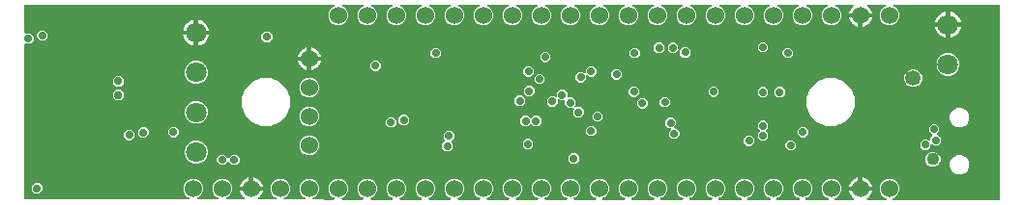
<source format=gbr>
G04 EAGLE Gerber X2 export*
%TF.Part,Single*%
%TF.FileFunction,Copper,L2,Inr,Mixed*%
%TF.FilePolarity,Positive*%
%TF.GenerationSoftware,Autodesk,EAGLE,8.7.0*%
%TF.CreationDate,2018-03-15T02:38:42Z*%
G75*
%MOMM*%
%FSLAX34Y34*%
%LPD*%
%AMOC8*
5,1,8,0,0,1.08239X$1,22.5*%
G01*
%ADD10C,1.524000*%
%ADD11C,1.800000*%
%ADD12C,0.711200*%
%ADD13C,0.736600*%
%ADD14C,1.350000*%
%ADD15C,1.106400*%
%ADD16C,0.756400*%

G36*
X857562Y2552D02*
X857562Y2552D01*
X857620Y2551D01*
X857702Y2572D01*
X857785Y2584D01*
X857839Y2608D01*
X857895Y2623D01*
X857968Y2666D01*
X858044Y2700D01*
X858089Y2738D01*
X858140Y2768D01*
X858197Y2829D01*
X858262Y2884D01*
X858294Y2932D01*
X858334Y2975D01*
X858373Y3050D01*
X858419Y3120D01*
X858437Y3176D01*
X858464Y3228D01*
X858475Y3296D01*
X858505Y3391D01*
X858508Y3491D01*
X858519Y3560D01*
X858519Y173736D01*
X858511Y173794D01*
X858513Y173852D01*
X858491Y173934D01*
X858479Y174018D01*
X858456Y174071D01*
X858441Y174127D01*
X858398Y174200D01*
X858363Y174277D01*
X858325Y174322D01*
X858296Y174372D01*
X858234Y174430D01*
X858180Y174494D01*
X858131Y174526D01*
X858088Y174566D01*
X858013Y174605D01*
X857943Y174652D01*
X857887Y174669D01*
X857835Y174696D01*
X857767Y174707D01*
X857672Y174737D01*
X857572Y174740D01*
X857504Y174751D01*
X766373Y174751D01*
X766287Y174739D01*
X766202Y174737D01*
X766147Y174719D01*
X766091Y174711D01*
X766013Y174676D01*
X765931Y174650D01*
X765883Y174618D01*
X765832Y174595D01*
X765766Y174540D01*
X765695Y174492D01*
X765658Y174448D01*
X765615Y174412D01*
X765567Y174340D01*
X765512Y174274D01*
X765489Y174222D01*
X765457Y174175D01*
X765431Y174093D01*
X765396Y174014D01*
X765388Y173958D01*
X765371Y173904D01*
X765369Y173818D01*
X765357Y173733D01*
X765365Y173677D01*
X765364Y173620D01*
X765386Y173537D01*
X765398Y173451D01*
X765421Y173400D01*
X765436Y173345D01*
X765480Y173271D01*
X765515Y173192D01*
X765552Y173149D01*
X765581Y173100D01*
X765644Y173041D01*
X765699Y172976D01*
X765741Y172950D01*
X765788Y172906D01*
X765918Y172840D01*
X765984Y172798D01*
X766892Y172422D01*
X769322Y169992D01*
X770637Y166818D01*
X770637Y163382D01*
X769322Y160208D01*
X766892Y157778D01*
X763718Y156463D01*
X760282Y156463D01*
X757108Y157778D01*
X754678Y160208D01*
X753363Y163382D01*
X753363Y166818D01*
X754678Y169992D01*
X757108Y172422D01*
X758016Y172798D01*
X758090Y172842D01*
X758168Y172877D01*
X758212Y172914D01*
X758261Y172943D01*
X758320Y173005D01*
X758385Y173061D01*
X758417Y173108D01*
X758456Y173149D01*
X758495Y173226D01*
X758543Y173297D01*
X758560Y173351D01*
X758586Y173402D01*
X758603Y173486D01*
X758629Y173568D01*
X758630Y173625D01*
X758641Y173681D01*
X758634Y173766D01*
X758636Y173852D01*
X758622Y173907D01*
X758617Y173964D01*
X758586Y174044D01*
X758564Y174127D01*
X758535Y174176D01*
X758515Y174229D01*
X758463Y174298D01*
X758419Y174372D01*
X758377Y174411D01*
X758343Y174456D01*
X758274Y174508D01*
X758212Y174566D01*
X758161Y174592D01*
X758115Y174626D01*
X758035Y174657D01*
X757958Y174696D01*
X757910Y174704D01*
X757849Y174727D01*
X757705Y174738D01*
X757627Y174751D01*
X743727Y174751D01*
X743620Y174736D01*
X743511Y174728D01*
X743479Y174716D01*
X743446Y174711D01*
X743347Y174667D01*
X743244Y174629D01*
X743217Y174609D01*
X743186Y174595D01*
X743103Y174525D01*
X743016Y174460D01*
X742995Y174433D01*
X742969Y174412D01*
X742909Y174321D01*
X742843Y174235D01*
X742831Y174203D01*
X742812Y174175D01*
X742779Y174071D01*
X742739Y173970D01*
X742736Y173936D01*
X742726Y173904D01*
X742723Y173795D01*
X742713Y173687D01*
X742720Y173653D01*
X742719Y173620D01*
X742746Y173515D01*
X742767Y173407D01*
X742782Y173377D01*
X742790Y173345D01*
X742846Y173251D01*
X742895Y173154D01*
X742917Y173132D01*
X742936Y173100D01*
X743096Y172950D01*
X743131Y172915D01*
X743219Y172850D01*
X744350Y171719D01*
X745290Y170425D01*
X746016Y169000D01*
X746511Y167479D01*
X746566Y167131D01*
X737616Y167131D01*
X737558Y167123D01*
X737500Y167125D01*
X737418Y167103D01*
X737335Y167091D01*
X737281Y167067D01*
X737225Y167053D01*
X737152Y167010D01*
X737075Y166975D01*
X737031Y166937D01*
X736980Y166907D01*
X736923Y166846D01*
X736858Y166791D01*
X736826Y166743D01*
X736786Y166700D01*
X736747Y166625D01*
X736701Y166555D01*
X736683Y166499D01*
X736656Y166447D01*
X736645Y166379D01*
X736615Y166284D01*
X736612Y166184D01*
X736601Y166116D01*
X736601Y165099D01*
X736599Y165099D01*
X736599Y166116D01*
X736591Y166174D01*
X736592Y166232D01*
X736571Y166314D01*
X736559Y166397D01*
X736535Y166451D01*
X736521Y166507D01*
X736478Y166580D01*
X736443Y166657D01*
X736405Y166702D01*
X736375Y166752D01*
X736314Y166810D01*
X736259Y166874D01*
X736211Y166906D01*
X736168Y166946D01*
X736093Y166985D01*
X736023Y167031D01*
X735967Y167049D01*
X735915Y167076D01*
X735847Y167087D01*
X735752Y167117D01*
X735652Y167120D01*
X735584Y167131D01*
X726634Y167131D01*
X726689Y167479D01*
X727184Y169000D01*
X727910Y170425D01*
X728850Y171719D01*
X729981Y172850D01*
X730069Y172915D01*
X730148Y172990D01*
X730231Y173061D01*
X730249Y173089D01*
X730274Y173112D01*
X730328Y173207D01*
X730388Y173297D01*
X730398Y173329D01*
X730415Y173359D01*
X730441Y173464D01*
X730474Y173568D01*
X730475Y173602D01*
X730483Y173635D01*
X730479Y173744D01*
X730481Y173852D01*
X730473Y173885D01*
X730471Y173919D01*
X730437Y174022D01*
X730410Y174127D01*
X730392Y174156D01*
X730382Y174189D01*
X730320Y174278D01*
X730264Y174372D01*
X730240Y174395D01*
X730220Y174423D01*
X730136Y174492D01*
X730057Y174566D01*
X730027Y174582D01*
X730001Y174603D01*
X729901Y174646D01*
X729804Y174696D01*
X729774Y174701D01*
X729740Y174716D01*
X729522Y174743D01*
X729473Y174751D01*
X715573Y174751D01*
X715487Y174739D01*
X715402Y174737D01*
X715347Y174719D01*
X715291Y174711D01*
X715213Y174676D01*
X715131Y174650D01*
X715083Y174618D01*
X715032Y174595D01*
X714966Y174540D01*
X714895Y174492D01*
X714858Y174448D01*
X714815Y174412D01*
X714767Y174340D01*
X714712Y174274D01*
X714689Y174222D01*
X714657Y174175D01*
X714631Y174093D01*
X714596Y174014D01*
X714588Y173958D01*
X714571Y173904D01*
X714569Y173818D01*
X714557Y173733D01*
X714565Y173677D01*
X714564Y173620D01*
X714586Y173537D01*
X714598Y173451D01*
X714621Y173400D01*
X714636Y173345D01*
X714680Y173271D01*
X714715Y173192D01*
X714752Y173149D01*
X714781Y173100D01*
X714844Y173041D01*
X714899Y172976D01*
X714941Y172950D01*
X714988Y172906D01*
X715118Y172840D01*
X715184Y172798D01*
X716092Y172422D01*
X718522Y169992D01*
X719837Y166818D01*
X719837Y163382D01*
X718522Y160208D01*
X716092Y157778D01*
X712918Y156463D01*
X709482Y156463D01*
X706308Y157778D01*
X703878Y160208D01*
X702563Y163382D01*
X702563Y166818D01*
X703878Y169992D01*
X706308Y172422D01*
X707216Y172798D01*
X707290Y172842D01*
X707368Y172877D01*
X707412Y172914D01*
X707461Y172943D01*
X707520Y173005D01*
X707585Y173061D01*
X707617Y173108D01*
X707656Y173149D01*
X707695Y173226D01*
X707743Y173297D01*
X707760Y173351D01*
X707786Y173402D01*
X707803Y173486D01*
X707829Y173568D01*
X707830Y173625D01*
X707841Y173681D01*
X707834Y173766D01*
X707836Y173852D01*
X707822Y173907D01*
X707817Y173964D01*
X707786Y174044D01*
X707764Y174127D01*
X707735Y174176D01*
X707715Y174229D01*
X707663Y174298D01*
X707619Y174372D01*
X707577Y174411D01*
X707543Y174456D01*
X707474Y174508D01*
X707412Y174566D01*
X707361Y174592D01*
X707315Y174626D01*
X707235Y174657D01*
X707158Y174696D01*
X707110Y174704D01*
X707049Y174727D01*
X706905Y174738D01*
X706827Y174751D01*
X690173Y174751D01*
X690087Y174739D01*
X690002Y174737D01*
X689947Y174719D01*
X689891Y174711D01*
X689813Y174676D01*
X689731Y174650D01*
X689683Y174618D01*
X689632Y174595D01*
X689566Y174540D01*
X689495Y174492D01*
X689458Y174448D01*
X689415Y174412D01*
X689367Y174340D01*
X689312Y174274D01*
X689289Y174222D01*
X689257Y174175D01*
X689231Y174093D01*
X689196Y174014D01*
X689188Y173958D01*
X689171Y173904D01*
X689169Y173818D01*
X689157Y173733D01*
X689165Y173677D01*
X689164Y173620D01*
X689186Y173537D01*
X689198Y173451D01*
X689221Y173400D01*
X689236Y173345D01*
X689280Y173271D01*
X689315Y173192D01*
X689352Y173149D01*
X689381Y173100D01*
X689444Y173041D01*
X689499Y172976D01*
X689541Y172950D01*
X689588Y172906D01*
X689718Y172840D01*
X689784Y172798D01*
X690692Y172422D01*
X693122Y169992D01*
X694437Y166818D01*
X694437Y163382D01*
X693122Y160208D01*
X690692Y157778D01*
X687518Y156463D01*
X684082Y156463D01*
X680908Y157778D01*
X678478Y160208D01*
X677163Y163382D01*
X677163Y166818D01*
X678478Y169992D01*
X680908Y172422D01*
X681816Y172798D01*
X681890Y172842D01*
X681968Y172877D01*
X682012Y172914D01*
X682061Y172943D01*
X682120Y173005D01*
X682185Y173061D01*
X682217Y173108D01*
X682256Y173149D01*
X682295Y173226D01*
X682343Y173297D01*
X682360Y173351D01*
X682386Y173402D01*
X682403Y173486D01*
X682429Y173568D01*
X682430Y173625D01*
X682441Y173681D01*
X682434Y173766D01*
X682436Y173852D01*
X682422Y173907D01*
X682417Y173964D01*
X682386Y174044D01*
X682364Y174127D01*
X682335Y174176D01*
X682315Y174229D01*
X682263Y174298D01*
X682219Y174372D01*
X682177Y174411D01*
X682143Y174456D01*
X682074Y174508D01*
X682012Y174566D01*
X681961Y174592D01*
X681915Y174626D01*
X681835Y174657D01*
X681758Y174696D01*
X681710Y174704D01*
X681649Y174727D01*
X681505Y174738D01*
X681427Y174751D01*
X664773Y174751D01*
X664687Y174739D01*
X664602Y174737D01*
X664547Y174719D01*
X664491Y174711D01*
X664413Y174676D01*
X664331Y174650D01*
X664283Y174618D01*
X664232Y174595D01*
X664166Y174540D01*
X664095Y174492D01*
X664058Y174448D01*
X664015Y174412D01*
X663967Y174340D01*
X663912Y174274D01*
X663889Y174222D01*
X663857Y174175D01*
X663831Y174093D01*
X663796Y174014D01*
X663788Y173958D01*
X663771Y173904D01*
X663769Y173818D01*
X663757Y173733D01*
X663765Y173677D01*
X663764Y173620D01*
X663786Y173537D01*
X663798Y173451D01*
X663821Y173400D01*
X663836Y173345D01*
X663880Y173271D01*
X663915Y173192D01*
X663952Y173149D01*
X663981Y173100D01*
X664044Y173041D01*
X664099Y172976D01*
X664141Y172950D01*
X664188Y172906D01*
X664318Y172840D01*
X664384Y172798D01*
X665292Y172422D01*
X667722Y169992D01*
X669037Y166818D01*
X669037Y163382D01*
X667722Y160208D01*
X665292Y157778D01*
X662118Y156463D01*
X658682Y156463D01*
X655508Y157778D01*
X653078Y160208D01*
X651763Y163382D01*
X651763Y166818D01*
X653078Y169992D01*
X655508Y172422D01*
X656416Y172798D01*
X656490Y172842D01*
X656568Y172877D01*
X656612Y172914D01*
X656661Y172943D01*
X656720Y173005D01*
X656785Y173061D01*
X656817Y173108D01*
X656856Y173149D01*
X656895Y173226D01*
X656943Y173297D01*
X656960Y173351D01*
X656986Y173402D01*
X657003Y173486D01*
X657029Y173568D01*
X657030Y173625D01*
X657041Y173681D01*
X657034Y173766D01*
X657036Y173852D01*
X657022Y173907D01*
X657017Y173964D01*
X656986Y174044D01*
X656964Y174127D01*
X656935Y174176D01*
X656915Y174229D01*
X656863Y174298D01*
X656819Y174372D01*
X656777Y174411D01*
X656743Y174456D01*
X656674Y174508D01*
X656612Y174566D01*
X656561Y174592D01*
X656515Y174626D01*
X656435Y174657D01*
X656358Y174696D01*
X656310Y174704D01*
X656249Y174727D01*
X656105Y174738D01*
X656027Y174751D01*
X639373Y174751D01*
X639287Y174739D01*
X639202Y174737D01*
X639147Y174719D01*
X639091Y174711D01*
X639013Y174676D01*
X638931Y174650D01*
X638883Y174618D01*
X638832Y174595D01*
X638766Y174540D01*
X638695Y174492D01*
X638658Y174448D01*
X638615Y174412D01*
X638567Y174340D01*
X638512Y174274D01*
X638489Y174222D01*
X638457Y174175D01*
X638431Y174093D01*
X638396Y174014D01*
X638388Y173958D01*
X638371Y173904D01*
X638369Y173818D01*
X638357Y173733D01*
X638365Y173677D01*
X638364Y173620D01*
X638386Y173537D01*
X638398Y173451D01*
X638421Y173400D01*
X638436Y173345D01*
X638480Y173271D01*
X638515Y173192D01*
X638552Y173149D01*
X638581Y173100D01*
X638644Y173041D01*
X638699Y172976D01*
X638741Y172950D01*
X638788Y172906D01*
X638918Y172840D01*
X638984Y172798D01*
X639892Y172422D01*
X642322Y169992D01*
X643637Y166818D01*
X643637Y163382D01*
X642322Y160208D01*
X639892Y157778D01*
X636718Y156463D01*
X633282Y156463D01*
X630108Y157778D01*
X627678Y160208D01*
X626363Y163382D01*
X626363Y166818D01*
X627678Y169992D01*
X630108Y172422D01*
X631016Y172798D01*
X631090Y172842D01*
X631168Y172877D01*
X631212Y172914D01*
X631261Y172943D01*
X631320Y173005D01*
X631385Y173061D01*
X631417Y173108D01*
X631456Y173149D01*
X631495Y173226D01*
X631543Y173297D01*
X631560Y173351D01*
X631586Y173402D01*
X631603Y173486D01*
X631629Y173568D01*
X631630Y173625D01*
X631641Y173681D01*
X631634Y173766D01*
X631636Y173852D01*
X631622Y173907D01*
X631617Y173964D01*
X631586Y174044D01*
X631564Y174127D01*
X631535Y174176D01*
X631515Y174229D01*
X631463Y174298D01*
X631419Y174372D01*
X631377Y174411D01*
X631343Y174456D01*
X631274Y174508D01*
X631212Y174566D01*
X631161Y174592D01*
X631115Y174626D01*
X631035Y174657D01*
X630958Y174696D01*
X630910Y174704D01*
X630849Y174727D01*
X630705Y174738D01*
X630627Y174751D01*
X613973Y174751D01*
X613887Y174739D01*
X613802Y174737D01*
X613747Y174719D01*
X613691Y174711D01*
X613613Y174676D01*
X613531Y174650D01*
X613483Y174618D01*
X613432Y174595D01*
X613366Y174540D01*
X613295Y174492D01*
X613258Y174448D01*
X613215Y174412D01*
X613167Y174340D01*
X613112Y174274D01*
X613089Y174222D01*
X613057Y174175D01*
X613031Y174093D01*
X612996Y174014D01*
X612988Y173958D01*
X612971Y173904D01*
X612969Y173818D01*
X612957Y173733D01*
X612965Y173677D01*
X612964Y173620D01*
X612986Y173537D01*
X612998Y173451D01*
X613021Y173400D01*
X613036Y173345D01*
X613080Y173271D01*
X613115Y173192D01*
X613152Y173149D01*
X613181Y173100D01*
X613244Y173041D01*
X613299Y172976D01*
X613341Y172950D01*
X613388Y172906D01*
X613518Y172840D01*
X613584Y172798D01*
X614492Y172422D01*
X616922Y169992D01*
X618237Y166818D01*
X618237Y163382D01*
X616922Y160208D01*
X614492Y157778D01*
X611318Y156463D01*
X607882Y156463D01*
X604708Y157778D01*
X602278Y160208D01*
X600963Y163382D01*
X600963Y166818D01*
X602278Y169992D01*
X604708Y172422D01*
X605616Y172798D01*
X605690Y172842D01*
X605768Y172877D01*
X605812Y172914D01*
X605861Y172943D01*
X605920Y173005D01*
X605985Y173061D01*
X606017Y173108D01*
X606056Y173149D01*
X606095Y173226D01*
X606143Y173297D01*
X606160Y173351D01*
X606186Y173402D01*
X606203Y173486D01*
X606229Y173568D01*
X606230Y173625D01*
X606241Y173681D01*
X606234Y173766D01*
X606236Y173852D01*
X606222Y173907D01*
X606217Y173964D01*
X606186Y174044D01*
X606164Y174127D01*
X606135Y174176D01*
X606115Y174229D01*
X606063Y174298D01*
X606019Y174372D01*
X605977Y174411D01*
X605943Y174456D01*
X605874Y174508D01*
X605812Y174566D01*
X605761Y174592D01*
X605715Y174626D01*
X605635Y174657D01*
X605558Y174696D01*
X605510Y174704D01*
X605449Y174727D01*
X605305Y174738D01*
X605227Y174751D01*
X588573Y174751D01*
X588487Y174739D01*
X588402Y174737D01*
X588347Y174719D01*
X588291Y174711D01*
X588213Y174676D01*
X588131Y174650D01*
X588083Y174618D01*
X588032Y174595D01*
X587966Y174540D01*
X587895Y174492D01*
X587858Y174448D01*
X587815Y174412D01*
X587767Y174340D01*
X587712Y174274D01*
X587689Y174222D01*
X587657Y174175D01*
X587631Y174093D01*
X587596Y174014D01*
X587588Y173958D01*
X587571Y173904D01*
X587569Y173818D01*
X587557Y173733D01*
X587565Y173677D01*
X587564Y173620D01*
X587586Y173537D01*
X587598Y173451D01*
X587621Y173400D01*
X587636Y173345D01*
X587680Y173271D01*
X587715Y173192D01*
X587752Y173149D01*
X587781Y173100D01*
X587844Y173041D01*
X587899Y172976D01*
X587941Y172950D01*
X587988Y172906D01*
X588118Y172840D01*
X588184Y172798D01*
X589092Y172422D01*
X591522Y169992D01*
X592837Y166818D01*
X592837Y163382D01*
X591522Y160208D01*
X589092Y157778D01*
X585918Y156463D01*
X582482Y156463D01*
X579308Y157778D01*
X576878Y160208D01*
X575563Y163382D01*
X575563Y166818D01*
X576878Y169992D01*
X579308Y172422D01*
X580216Y172798D01*
X580290Y172842D01*
X580368Y172877D01*
X580412Y172914D01*
X580461Y172943D01*
X580520Y173005D01*
X580585Y173061D01*
X580617Y173108D01*
X580656Y173149D01*
X580695Y173226D01*
X580743Y173297D01*
X580760Y173351D01*
X580786Y173402D01*
X580803Y173486D01*
X580829Y173568D01*
X580830Y173625D01*
X580841Y173681D01*
X580834Y173766D01*
X580836Y173852D01*
X580822Y173907D01*
X580817Y173964D01*
X580786Y174044D01*
X580764Y174127D01*
X580735Y174176D01*
X580715Y174229D01*
X580663Y174298D01*
X580619Y174372D01*
X580577Y174411D01*
X580543Y174456D01*
X580474Y174508D01*
X580412Y174566D01*
X580361Y174592D01*
X580315Y174626D01*
X580235Y174657D01*
X580158Y174696D01*
X580110Y174704D01*
X580049Y174727D01*
X579905Y174738D01*
X579827Y174751D01*
X563173Y174751D01*
X563087Y174739D01*
X563002Y174737D01*
X562947Y174719D01*
X562891Y174711D01*
X562813Y174676D01*
X562731Y174650D01*
X562683Y174618D01*
X562632Y174595D01*
X562566Y174540D01*
X562495Y174492D01*
X562458Y174448D01*
X562415Y174412D01*
X562367Y174340D01*
X562312Y174274D01*
X562289Y174222D01*
X562257Y174175D01*
X562231Y174093D01*
X562196Y174014D01*
X562188Y173958D01*
X562171Y173904D01*
X562169Y173818D01*
X562157Y173733D01*
X562165Y173677D01*
X562164Y173620D01*
X562186Y173537D01*
X562198Y173451D01*
X562221Y173400D01*
X562236Y173345D01*
X562280Y173271D01*
X562315Y173192D01*
X562352Y173149D01*
X562381Y173100D01*
X562444Y173041D01*
X562499Y172976D01*
X562541Y172950D01*
X562588Y172906D01*
X562718Y172840D01*
X562784Y172798D01*
X563692Y172422D01*
X566122Y169992D01*
X567437Y166818D01*
X567437Y163382D01*
X566122Y160208D01*
X563692Y157778D01*
X560518Y156463D01*
X557082Y156463D01*
X553908Y157778D01*
X551478Y160208D01*
X550163Y163382D01*
X550163Y166818D01*
X551478Y169992D01*
X553908Y172422D01*
X554816Y172798D01*
X554890Y172842D01*
X554968Y172877D01*
X555012Y172914D01*
X555061Y172943D01*
X555120Y173005D01*
X555185Y173061D01*
X555217Y173108D01*
X555256Y173149D01*
X555295Y173226D01*
X555343Y173297D01*
X555360Y173351D01*
X555386Y173402D01*
X555403Y173486D01*
X555429Y173568D01*
X555430Y173625D01*
X555441Y173681D01*
X555434Y173766D01*
X555436Y173852D01*
X555422Y173907D01*
X555417Y173964D01*
X555386Y174044D01*
X555364Y174127D01*
X555335Y174176D01*
X555315Y174229D01*
X555263Y174298D01*
X555219Y174372D01*
X555177Y174411D01*
X555143Y174456D01*
X555074Y174508D01*
X555012Y174566D01*
X554961Y174592D01*
X554915Y174626D01*
X554835Y174657D01*
X554758Y174696D01*
X554710Y174704D01*
X554649Y174727D01*
X554505Y174738D01*
X554427Y174751D01*
X537773Y174751D01*
X537687Y174739D01*
X537602Y174737D01*
X537547Y174719D01*
X537491Y174711D01*
X537413Y174676D01*
X537331Y174650D01*
X537283Y174618D01*
X537232Y174595D01*
X537166Y174540D01*
X537095Y174492D01*
X537058Y174448D01*
X537015Y174412D01*
X536967Y174340D01*
X536912Y174274D01*
X536889Y174222D01*
X536857Y174175D01*
X536831Y174093D01*
X536796Y174014D01*
X536788Y173958D01*
X536771Y173904D01*
X536769Y173818D01*
X536757Y173733D01*
X536765Y173677D01*
X536764Y173620D01*
X536786Y173537D01*
X536798Y173451D01*
X536821Y173400D01*
X536836Y173345D01*
X536880Y173271D01*
X536915Y173192D01*
X536952Y173149D01*
X536981Y173100D01*
X537044Y173041D01*
X537099Y172976D01*
X537141Y172950D01*
X537188Y172906D01*
X537318Y172840D01*
X537384Y172798D01*
X538292Y172422D01*
X540722Y169992D01*
X542037Y166818D01*
X542037Y163382D01*
X540722Y160208D01*
X538292Y157778D01*
X535118Y156463D01*
X531682Y156463D01*
X528508Y157778D01*
X526078Y160208D01*
X524763Y163382D01*
X524763Y166818D01*
X526078Y169992D01*
X528508Y172422D01*
X529416Y172798D01*
X529490Y172842D01*
X529568Y172877D01*
X529612Y172914D01*
X529661Y172943D01*
X529720Y173005D01*
X529785Y173061D01*
X529817Y173108D01*
X529856Y173149D01*
X529895Y173226D01*
X529943Y173297D01*
X529960Y173351D01*
X529986Y173402D01*
X530003Y173486D01*
X530029Y173568D01*
X530030Y173625D01*
X530041Y173681D01*
X530034Y173766D01*
X530036Y173852D01*
X530022Y173907D01*
X530017Y173964D01*
X529986Y174044D01*
X529964Y174127D01*
X529935Y174176D01*
X529915Y174229D01*
X529863Y174298D01*
X529819Y174372D01*
X529777Y174411D01*
X529743Y174456D01*
X529674Y174508D01*
X529612Y174566D01*
X529561Y174592D01*
X529515Y174626D01*
X529435Y174657D01*
X529358Y174696D01*
X529310Y174704D01*
X529249Y174727D01*
X529105Y174738D01*
X529027Y174751D01*
X512373Y174751D01*
X512287Y174739D01*
X512202Y174737D01*
X512147Y174719D01*
X512091Y174711D01*
X512013Y174676D01*
X511931Y174650D01*
X511883Y174618D01*
X511832Y174595D01*
X511766Y174540D01*
X511695Y174492D01*
X511658Y174448D01*
X511615Y174412D01*
X511567Y174340D01*
X511512Y174274D01*
X511489Y174222D01*
X511457Y174175D01*
X511431Y174093D01*
X511396Y174014D01*
X511388Y173958D01*
X511371Y173904D01*
X511369Y173818D01*
X511357Y173733D01*
X511365Y173677D01*
X511364Y173620D01*
X511386Y173537D01*
X511398Y173451D01*
X511421Y173400D01*
X511436Y173345D01*
X511480Y173271D01*
X511515Y173192D01*
X511552Y173149D01*
X511581Y173100D01*
X511644Y173041D01*
X511699Y172976D01*
X511741Y172950D01*
X511788Y172906D01*
X511918Y172840D01*
X511984Y172798D01*
X512892Y172422D01*
X515322Y169992D01*
X516637Y166818D01*
X516637Y163382D01*
X515322Y160208D01*
X512892Y157778D01*
X509718Y156463D01*
X506282Y156463D01*
X503108Y157778D01*
X500678Y160208D01*
X499363Y163382D01*
X499363Y166818D01*
X500678Y169992D01*
X503108Y172422D01*
X504016Y172798D01*
X504090Y172842D01*
X504168Y172877D01*
X504212Y172914D01*
X504261Y172943D01*
X504320Y173005D01*
X504385Y173061D01*
X504417Y173108D01*
X504456Y173149D01*
X504495Y173226D01*
X504543Y173297D01*
X504560Y173351D01*
X504586Y173402D01*
X504603Y173486D01*
X504629Y173568D01*
X504630Y173625D01*
X504641Y173681D01*
X504634Y173766D01*
X504636Y173852D01*
X504622Y173907D01*
X504617Y173964D01*
X504586Y174044D01*
X504564Y174127D01*
X504535Y174176D01*
X504515Y174229D01*
X504463Y174298D01*
X504419Y174372D01*
X504377Y174411D01*
X504343Y174456D01*
X504274Y174508D01*
X504212Y174566D01*
X504161Y174592D01*
X504115Y174626D01*
X504035Y174657D01*
X503958Y174696D01*
X503910Y174704D01*
X503849Y174727D01*
X503705Y174738D01*
X503627Y174751D01*
X486973Y174751D01*
X486887Y174739D01*
X486802Y174737D01*
X486747Y174719D01*
X486691Y174711D01*
X486613Y174676D01*
X486531Y174650D01*
X486483Y174618D01*
X486432Y174595D01*
X486366Y174540D01*
X486295Y174492D01*
X486258Y174448D01*
X486215Y174412D01*
X486167Y174340D01*
X486112Y174274D01*
X486089Y174222D01*
X486057Y174175D01*
X486031Y174093D01*
X485996Y174014D01*
X485988Y173958D01*
X485971Y173904D01*
X485969Y173818D01*
X485957Y173733D01*
X485965Y173677D01*
X485964Y173620D01*
X485986Y173537D01*
X485998Y173451D01*
X486021Y173400D01*
X486036Y173345D01*
X486080Y173271D01*
X486115Y173192D01*
X486152Y173149D01*
X486181Y173100D01*
X486244Y173041D01*
X486299Y172976D01*
X486341Y172950D01*
X486388Y172906D01*
X486518Y172840D01*
X486584Y172798D01*
X487492Y172422D01*
X489922Y169992D01*
X491237Y166818D01*
X491237Y163382D01*
X489922Y160208D01*
X487492Y157778D01*
X484318Y156463D01*
X480882Y156463D01*
X477708Y157778D01*
X475278Y160208D01*
X473963Y163382D01*
X473963Y166818D01*
X475278Y169992D01*
X477708Y172422D01*
X478616Y172798D01*
X478690Y172842D01*
X478768Y172877D01*
X478812Y172914D01*
X478861Y172943D01*
X478920Y173005D01*
X478985Y173061D01*
X479017Y173108D01*
X479056Y173149D01*
X479095Y173226D01*
X479143Y173297D01*
X479160Y173351D01*
X479186Y173402D01*
X479203Y173486D01*
X479229Y173568D01*
X479230Y173625D01*
X479241Y173681D01*
X479234Y173766D01*
X479236Y173852D01*
X479222Y173907D01*
X479217Y173964D01*
X479186Y174044D01*
X479164Y174127D01*
X479135Y174176D01*
X479115Y174229D01*
X479063Y174298D01*
X479019Y174372D01*
X478977Y174411D01*
X478943Y174456D01*
X478874Y174508D01*
X478812Y174566D01*
X478761Y174592D01*
X478715Y174626D01*
X478635Y174657D01*
X478558Y174696D01*
X478510Y174704D01*
X478449Y174727D01*
X478305Y174738D01*
X478227Y174751D01*
X461573Y174751D01*
X461487Y174739D01*
X461402Y174737D01*
X461347Y174719D01*
X461291Y174711D01*
X461213Y174676D01*
X461131Y174650D01*
X461083Y174618D01*
X461032Y174595D01*
X460966Y174540D01*
X460895Y174492D01*
X460858Y174448D01*
X460815Y174412D01*
X460767Y174340D01*
X460712Y174274D01*
X460689Y174222D01*
X460657Y174175D01*
X460631Y174093D01*
X460596Y174014D01*
X460588Y173958D01*
X460571Y173904D01*
X460569Y173818D01*
X460557Y173733D01*
X460565Y173677D01*
X460564Y173620D01*
X460586Y173537D01*
X460598Y173451D01*
X460621Y173400D01*
X460636Y173345D01*
X460680Y173271D01*
X460715Y173192D01*
X460752Y173149D01*
X460781Y173100D01*
X460844Y173041D01*
X460899Y172976D01*
X460941Y172950D01*
X460988Y172906D01*
X461118Y172840D01*
X461184Y172798D01*
X462092Y172422D01*
X464522Y169992D01*
X465837Y166818D01*
X465837Y163382D01*
X464522Y160208D01*
X462092Y157778D01*
X458918Y156463D01*
X455482Y156463D01*
X452308Y157778D01*
X449878Y160208D01*
X448563Y163382D01*
X448563Y166818D01*
X449878Y169992D01*
X452308Y172422D01*
X453216Y172798D01*
X453290Y172842D01*
X453368Y172877D01*
X453412Y172914D01*
X453461Y172943D01*
X453520Y173005D01*
X453585Y173061D01*
X453617Y173108D01*
X453656Y173149D01*
X453695Y173226D01*
X453743Y173297D01*
X453760Y173351D01*
X453786Y173402D01*
X453803Y173486D01*
X453829Y173568D01*
X453830Y173625D01*
X453841Y173681D01*
X453834Y173766D01*
X453836Y173852D01*
X453822Y173907D01*
X453817Y173964D01*
X453786Y174044D01*
X453764Y174127D01*
X453735Y174176D01*
X453715Y174229D01*
X453663Y174298D01*
X453619Y174372D01*
X453577Y174411D01*
X453543Y174456D01*
X453474Y174508D01*
X453412Y174566D01*
X453361Y174592D01*
X453315Y174626D01*
X453235Y174657D01*
X453158Y174696D01*
X453110Y174704D01*
X453049Y174727D01*
X452905Y174738D01*
X452827Y174751D01*
X436173Y174751D01*
X436087Y174739D01*
X436002Y174737D01*
X435947Y174719D01*
X435891Y174711D01*
X435813Y174676D01*
X435731Y174650D01*
X435683Y174618D01*
X435632Y174595D01*
X435566Y174540D01*
X435495Y174492D01*
X435458Y174448D01*
X435415Y174412D01*
X435367Y174340D01*
X435312Y174274D01*
X435289Y174222D01*
X435257Y174175D01*
X435231Y174093D01*
X435196Y174014D01*
X435188Y173958D01*
X435171Y173904D01*
X435169Y173818D01*
X435157Y173733D01*
X435165Y173677D01*
X435164Y173620D01*
X435186Y173537D01*
X435198Y173451D01*
X435221Y173400D01*
X435236Y173345D01*
X435280Y173271D01*
X435315Y173192D01*
X435352Y173149D01*
X435381Y173100D01*
X435444Y173041D01*
X435499Y172976D01*
X435541Y172950D01*
X435588Y172906D01*
X435718Y172840D01*
X435784Y172798D01*
X436692Y172422D01*
X439122Y169992D01*
X440437Y166818D01*
X440437Y163382D01*
X439122Y160208D01*
X436692Y157778D01*
X433518Y156463D01*
X430082Y156463D01*
X426908Y157778D01*
X424478Y160208D01*
X423163Y163382D01*
X423163Y166818D01*
X424478Y169992D01*
X426908Y172422D01*
X427816Y172798D01*
X427890Y172842D01*
X427968Y172877D01*
X428012Y172914D01*
X428061Y172943D01*
X428120Y173005D01*
X428185Y173061D01*
X428217Y173108D01*
X428256Y173149D01*
X428295Y173226D01*
X428343Y173297D01*
X428360Y173351D01*
X428386Y173402D01*
X428403Y173486D01*
X428429Y173568D01*
X428430Y173625D01*
X428441Y173681D01*
X428434Y173766D01*
X428436Y173852D01*
X428422Y173907D01*
X428417Y173964D01*
X428386Y174044D01*
X428364Y174127D01*
X428335Y174176D01*
X428315Y174229D01*
X428263Y174298D01*
X428219Y174372D01*
X428177Y174411D01*
X428143Y174456D01*
X428074Y174508D01*
X428012Y174566D01*
X427961Y174592D01*
X427915Y174626D01*
X427835Y174657D01*
X427758Y174696D01*
X427710Y174704D01*
X427649Y174727D01*
X427505Y174738D01*
X427427Y174751D01*
X410773Y174751D01*
X410687Y174739D01*
X410602Y174737D01*
X410547Y174719D01*
X410491Y174711D01*
X410413Y174676D01*
X410331Y174650D01*
X410283Y174618D01*
X410232Y174595D01*
X410166Y174540D01*
X410095Y174492D01*
X410058Y174448D01*
X410015Y174412D01*
X409967Y174340D01*
X409912Y174274D01*
X409889Y174222D01*
X409857Y174175D01*
X409831Y174093D01*
X409796Y174014D01*
X409788Y173958D01*
X409771Y173904D01*
X409769Y173818D01*
X409757Y173733D01*
X409765Y173677D01*
X409764Y173620D01*
X409786Y173537D01*
X409798Y173451D01*
X409821Y173400D01*
X409836Y173345D01*
X409880Y173271D01*
X409915Y173192D01*
X409952Y173149D01*
X409981Y173100D01*
X410044Y173041D01*
X410099Y172976D01*
X410141Y172950D01*
X410188Y172906D01*
X410318Y172840D01*
X410384Y172798D01*
X411292Y172422D01*
X413722Y169992D01*
X415037Y166818D01*
X415037Y163382D01*
X413722Y160208D01*
X411292Y157778D01*
X408118Y156463D01*
X404682Y156463D01*
X401508Y157778D01*
X399078Y160208D01*
X397763Y163382D01*
X397763Y166818D01*
X399078Y169992D01*
X401508Y172422D01*
X402416Y172798D01*
X402490Y172842D01*
X402568Y172877D01*
X402612Y172914D01*
X402661Y172943D01*
X402720Y173005D01*
X402785Y173061D01*
X402817Y173108D01*
X402856Y173149D01*
X402895Y173226D01*
X402943Y173297D01*
X402960Y173351D01*
X402986Y173402D01*
X403003Y173486D01*
X403029Y173568D01*
X403030Y173625D01*
X403041Y173681D01*
X403034Y173766D01*
X403036Y173852D01*
X403022Y173907D01*
X403017Y173964D01*
X402986Y174044D01*
X402964Y174127D01*
X402935Y174176D01*
X402915Y174229D01*
X402863Y174298D01*
X402819Y174372D01*
X402777Y174411D01*
X402743Y174456D01*
X402674Y174508D01*
X402612Y174566D01*
X402561Y174592D01*
X402515Y174626D01*
X402435Y174657D01*
X402358Y174696D01*
X402310Y174704D01*
X402249Y174727D01*
X402105Y174738D01*
X402027Y174751D01*
X385373Y174751D01*
X385287Y174739D01*
X385202Y174737D01*
X385147Y174719D01*
X385091Y174711D01*
X385013Y174676D01*
X384931Y174650D01*
X384883Y174618D01*
X384832Y174595D01*
X384766Y174540D01*
X384695Y174492D01*
X384658Y174448D01*
X384615Y174412D01*
X384567Y174340D01*
X384512Y174274D01*
X384489Y174222D01*
X384457Y174175D01*
X384431Y174093D01*
X384396Y174014D01*
X384388Y173958D01*
X384371Y173904D01*
X384369Y173818D01*
X384357Y173733D01*
X384365Y173677D01*
X384364Y173620D01*
X384386Y173537D01*
X384398Y173451D01*
X384421Y173400D01*
X384436Y173345D01*
X384480Y173271D01*
X384515Y173192D01*
X384552Y173149D01*
X384581Y173100D01*
X384644Y173041D01*
X384699Y172976D01*
X384741Y172950D01*
X384788Y172906D01*
X384918Y172840D01*
X384984Y172798D01*
X385892Y172422D01*
X388322Y169992D01*
X389637Y166818D01*
X389637Y163382D01*
X388322Y160208D01*
X385892Y157778D01*
X382718Y156463D01*
X379282Y156463D01*
X376108Y157778D01*
X373678Y160208D01*
X372363Y163382D01*
X372363Y166818D01*
X373678Y169992D01*
X376108Y172422D01*
X377016Y172798D01*
X377090Y172842D01*
X377168Y172877D01*
X377212Y172914D01*
X377261Y172943D01*
X377320Y173005D01*
X377385Y173061D01*
X377417Y173108D01*
X377456Y173149D01*
X377495Y173226D01*
X377543Y173297D01*
X377560Y173351D01*
X377586Y173402D01*
X377603Y173486D01*
X377629Y173568D01*
X377630Y173625D01*
X377641Y173681D01*
X377634Y173766D01*
X377636Y173852D01*
X377622Y173907D01*
X377617Y173964D01*
X377586Y174044D01*
X377564Y174127D01*
X377535Y174176D01*
X377515Y174229D01*
X377463Y174298D01*
X377419Y174372D01*
X377377Y174411D01*
X377343Y174456D01*
X377274Y174508D01*
X377212Y174566D01*
X377161Y174592D01*
X377115Y174626D01*
X377035Y174657D01*
X376958Y174696D01*
X376910Y174704D01*
X376849Y174727D01*
X376705Y174738D01*
X376627Y174751D01*
X359973Y174751D01*
X359888Y174739D01*
X359802Y174737D01*
X359747Y174719D01*
X359691Y174711D01*
X359613Y174676D01*
X359531Y174650D01*
X359484Y174618D01*
X359432Y174595D01*
X359366Y174540D01*
X359295Y174492D01*
X359258Y174448D01*
X359215Y174412D01*
X359167Y174340D01*
X359112Y174274D01*
X359089Y174222D01*
X359057Y174175D01*
X359031Y174093D01*
X358996Y174014D01*
X358989Y173958D01*
X358971Y173904D01*
X358969Y173818D01*
X358957Y173733D01*
X358966Y173677D01*
X358964Y173620D01*
X358986Y173537D01*
X358998Y173451D01*
X359022Y173400D01*
X359036Y173345D01*
X359080Y173271D01*
X359115Y173192D01*
X359152Y173149D01*
X359181Y173100D01*
X359244Y173041D01*
X359299Y172976D01*
X359341Y172950D01*
X359388Y172906D01*
X359518Y172840D01*
X359584Y172798D01*
X360492Y172422D01*
X362922Y169992D01*
X364237Y166818D01*
X364237Y163382D01*
X362922Y160208D01*
X360492Y157778D01*
X357318Y156463D01*
X353882Y156463D01*
X350708Y157778D01*
X348278Y160208D01*
X346963Y163382D01*
X346963Y166818D01*
X348278Y169992D01*
X350708Y172422D01*
X351616Y172798D01*
X351690Y172842D01*
X351768Y172877D01*
X351812Y172914D01*
X351861Y172943D01*
X351920Y173005D01*
X351985Y173061D01*
X352017Y173108D01*
X352056Y173149D01*
X352095Y173226D01*
X352143Y173297D01*
X352160Y173351D01*
X352186Y173402D01*
X352203Y173486D01*
X352229Y173568D01*
X352230Y173625D01*
X352241Y173681D01*
X352234Y173766D01*
X352236Y173852D01*
X352222Y173907D01*
X352217Y173964D01*
X352186Y174045D01*
X352164Y174127D01*
X352135Y174176D01*
X352115Y174229D01*
X352063Y174298D01*
X352019Y174372D01*
X351977Y174411D01*
X351943Y174456D01*
X351874Y174508D01*
X351812Y174566D01*
X351761Y174592D01*
X351715Y174626D01*
X351635Y174657D01*
X351558Y174696D01*
X351510Y174704D01*
X351449Y174727D01*
X351305Y174738D01*
X351227Y174751D01*
X334573Y174751D01*
X334488Y174739D01*
X334402Y174737D01*
X334347Y174719D01*
X334291Y174711D01*
X334213Y174676D01*
X334131Y174650D01*
X334084Y174618D01*
X334032Y174595D01*
X333966Y174540D01*
X333895Y174492D01*
X333858Y174448D01*
X333815Y174412D01*
X333767Y174340D01*
X333712Y174274D01*
X333689Y174222D01*
X333657Y174175D01*
X333631Y174093D01*
X333596Y174014D01*
X333589Y173958D01*
X333571Y173904D01*
X333569Y173818D01*
X333557Y173733D01*
X333566Y173677D01*
X333564Y173620D01*
X333586Y173537D01*
X333598Y173451D01*
X333622Y173400D01*
X333636Y173345D01*
X333680Y173271D01*
X333715Y173192D01*
X333752Y173149D01*
X333781Y173100D01*
X333844Y173041D01*
X333899Y172976D01*
X333941Y172950D01*
X333988Y172906D01*
X334118Y172840D01*
X334184Y172798D01*
X335092Y172422D01*
X337522Y169992D01*
X338837Y166818D01*
X338837Y163382D01*
X337522Y160208D01*
X335092Y157778D01*
X331918Y156463D01*
X328482Y156463D01*
X325308Y157778D01*
X322878Y160208D01*
X321563Y163382D01*
X321563Y166818D01*
X322878Y169992D01*
X325308Y172422D01*
X326216Y172798D01*
X326290Y172842D01*
X326368Y172877D01*
X326412Y172914D01*
X326461Y172943D01*
X326520Y173005D01*
X326585Y173061D01*
X326617Y173108D01*
X326656Y173149D01*
X326695Y173226D01*
X326743Y173297D01*
X326760Y173351D01*
X326786Y173402D01*
X326803Y173486D01*
X326829Y173568D01*
X326830Y173625D01*
X326841Y173681D01*
X326834Y173766D01*
X326836Y173852D01*
X326822Y173907D01*
X326817Y173964D01*
X326786Y174045D01*
X326764Y174127D01*
X326735Y174176D01*
X326715Y174229D01*
X326663Y174298D01*
X326619Y174372D01*
X326577Y174411D01*
X326543Y174456D01*
X326474Y174508D01*
X326412Y174566D01*
X326361Y174592D01*
X326315Y174626D01*
X326235Y174657D01*
X326158Y174696D01*
X326110Y174704D01*
X326049Y174727D01*
X325905Y174738D01*
X325827Y174751D01*
X309173Y174751D01*
X309088Y174739D01*
X309002Y174737D01*
X308947Y174719D01*
X308891Y174711D01*
X308813Y174676D01*
X308731Y174650D01*
X308684Y174618D01*
X308632Y174595D01*
X308566Y174540D01*
X308495Y174492D01*
X308458Y174448D01*
X308415Y174412D01*
X308367Y174340D01*
X308312Y174274D01*
X308289Y174222D01*
X308257Y174175D01*
X308231Y174093D01*
X308196Y174014D01*
X308189Y173958D01*
X308171Y173904D01*
X308169Y173818D01*
X308157Y173733D01*
X308166Y173677D01*
X308164Y173620D01*
X308186Y173537D01*
X308198Y173451D01*
X308222Y173400D01*
X308236Y173345D01*
X308280Y173271D01*
X308315Y173192D01*
X308352Y173149D01*
X308381Y173100D01*
X308444Y173041D01*
X308499Y172976D01*
X308541Y172950D01*
X308588Y172906D01*
X308718Y172840D01*
X308784Y172798D01*
X309692Y172422D01*
X312122Y169992D01*
X313437Y166818D01*
X313437Y163382D01*
X312122Y160208D01*
X309692Y157778D01*
X306518Y156463D01*
X303082Y156463D01*
X299908Y157778D01*
X297478Y160208D01*
X296163Y163382D01*
X296163Y166818D01*
X297478Y169992D01*
X299908Y172422D01*
X300816Y172798D01*
X300890Y172842D01*
X300968Y172877D01*
X301012Y172914D01*
X301061Y172943D01*
X301120Y173005D01*
X301185Y173061D01*
X301217Y173108D01*
X301256Y173149D01*
X301295Y173226D01*
X301343Y173297D01*
X301360Y173351D01*
X301386Y173402D01*
X301403Y173486D01*
X301429Y173568D01*
X301430Y173625D01*
X301441Y173681D01*
X301434Y173766D01*
X301436Y173852D01*
X301422Y173907D01*
X301417Y173964D01*
X301386Y174045D01*
X301364Y174127D01*
X301335Y174176D01*
X301315Y174229D01*
X301263Y174298D01*
X301219Y174372D01*
X301177Y174411D01*
X301143Y174456D01*
X301074Y174508D01*
X301012Y174566D01*
X300961Y174592D01*
X300915Y174626D01*
X300835Y174657D01*
X300758Y174696D01*
X300710Y174704D01*
X300649Y174727D01*
X300505Y174738D01*
X300427Y174751D01*
X283773Y174751D01*
X283688Y174739D01*
X283602Y174737D01*
X283547Y174719D01*
X283491Y174711D01*
X283413Y174676D01*
X283331Y174650D01*
X283284Y174618D01*
X283232Y174595D01*
X283166Y174540D01*
X283095Y174492D01*
X283058Y174448D01*
X283015Y174412D01*
X282967Y174340D01*
X282912Y174274D01*
X282889Y174222D01*
X282857Y174175D01*
X282831Y174093D01*
X282796Y174014D01*
X282789Y173958D01*
X282771Y173904D01*
X282769Y173818D01*
X282757Y173733D01*
X282766Y173677D01*
X282764Y173620D01*
X282786Y173537D01*
X282798Y173451D01*
X282822Y173400D01*
X282836Y173345D01*
X282880Y173271D01*
X282915Y173192D01*
X282952Y173149D01*
X282981Y173100D01*
X283044Y173041D01*
X283099Y172976D01*
X283141Y172950D01*
X283188Y172906D01*
X283318Y172840D01*
X283384Y172798D01*
X284292Y172422D01*
X286722Y169992D01*
X288037Y166818D01*
X288037Y163382D01*
X286722Y160208D01*
X284292Y157778D01*
X281118Y156463D01*
X277682Y156463D01*
X274508Y157778D01*
X272078Y160208D01*
X270763Y163382D01*
X270763Y166818D01*
X272078Y169992D01*
X274508Y172422D01*
X275416Y172798D01*
X275490Y172842D01*
X275568Y172877D01*
X275612Y172914D01*
X275661Y172943D01*
X275720Y173005D01*
X275785Y173061D01*
X275817Y173108D01*
X275856Y173149D01*
X275895Y173226D01*
X275943Y173297D01*
X275960Y173351D01*
X275986Y173402D01*
X276003Y173486D01*
X276029Y173568D01*
X276030Y173625D01*
X276041Y173681D01*
X276034Y173766D01*
X276036Y173852D01*
X276022Y173907D01*
X276017Y173964D01*
X275986Y174045D01*
X275964Y174127D01*
X275935Y174176D01*
X275915Y174229D01*
X275863Y174298D01*
X275819Y174372D01*
X275777Y174411D01*
X275743Y174456D01*
X275674Y174508D01*
X275612Y174566D01*
X275561Y174592D01*
X275515Y174626D01*
X275435Y174657D01*
X275358Y174696D01*
X275310Y174704D01*
X275249Y174727D01*
X275105Y174738D01*
X275027Y174751D01*
X5588Y174751D01*
X5530Y174743D01*
X5472Y174745D01*
X5390Y174723D01*
X5306Y174711D01*
X5253Y174688D01*
X5197Y174673D01*
X5124Y174630D01*
X5047Y174595D01*
X5002Y174557D01*
X4952Y174528D01*
X4894Y174466D01*
X4830Y174412D01*
X4798Y174363D01*
X4758Y174320D01*
X4719Y174245D01*
X4672Y174175D01*
X4655Y174119D01*
X4628Y174067D01*
X4617Y173999D01*
X4587Y173904D01*
X4584Y173804D01*
X4573Y173736D01*
X4573Y150143D01*
X4577Y150113D01*
X4574Y150084D01*
X4597Y149973D01*
X4613Y149861D01*
X4625Y149834D01*
X4630Y149806D01*
X4682Y149705D01*
X4729Y149602D01*
X4748Y149579D01*
X4761Y149553D01*
X4839Y149471D01*
X4912Y149385D01*
X4937Y149368D01*
X4957Y149347D01*
X5055Y149290D01*
X5149Y149227D01*
X5177Y149218D01*
X5202Y149203D01*
X5312Y149175D01*
X5420Y149141D01*
X5449Y149141D01*
X5478Y149133D01*
X5591Y149137D01*
X5704Y149134D01*
X5733Y149141D01*
X5762Y149142D01*
X5870Y149177D01*
X5979Y149206D01*
X6005Y149221D01*
X6033Y149230D01*
X6096Y149275D01*
X6224Y149351D01*
X6225Y149353D01*
X10022Y149353D01*
X12701Y146674D01*
X12701Y142886D01*
X10022Y140207D01*
X6216Y140207D01*
X6169Y140238D01*
X6079Y140306D01*
X6051Y140317D01*
X6027Y140333D01*
X5919Y140367D01*
X5813Y140407D01*
X5784Y140410D01*
X5756Y140419D01*
X5643Y140422D01*
X5530Y140431D01*
X5501Y140425D01*
X5472Y140426D01*
X5362Y140397D01*
X5251Y140375D01*
X5225Y140362D01*
X5197Y140354D01*
X5100Y140297D01*
X4999Y140244D01*
X4977Y140224D01*
X4952Y140209D01*
X4875Y140126D01*
X4793Y140048D01*
X4778Y140023D01*
X4758Y140002D01*
X4706Y139901D01*
X4649Y139803D01*
X4642Y139775D01*
X4628Y139748D01*
X4615Y139671D01*
X4579Y139528D01*
X4581Y139465D01*
X4573Y139417D01*
X4573Y4060D01*
X4581Y4003D01*
X4579Y3945D01*
X4601Y3863D01*
X4613Y3779D01*
X4636Y3726D01*
X4651Y3670D01*
X4694Y3597D01*
X4729Y3519D01*
X4766Y3475D01*
X4796Y3425D01*
X4858Y3367D01*
X4912Y3302D01*
X4961Y3270D01*
X5003Y3230D01*
X5079Y3192D01*
X5149Y3145D01*
X5205Y3127D01*
X5256Y3101D01*
X5325Y3089D01*
X5420Y3059D01*
X5519Y3057D01*
X5587Y3045D01*
X148238Y2961D01*
X148323Y2973D01*
X148409Y2976D01*
X148463Y2993D01*
X148519Y3001D01*
X148598Y3036D01*
X148680Y3062D01*
X148727Y3094D01*
X148779Y3117D01*
X148845Y3173D01*
X148916Y3221D01*
X148953Y3264D01*
X148996Y3301D01*
X149044Y3372D01*
X149099Y3438D01*
X149122Y3490D01*
X149154Y3537D01*
X149180Y3619D01*
X149215Y3698D01*
X149223Y3754D01*
X149240Y3808D01*
X149242Y3894D01*
X149254Y3980D01*
X149246Y4036D01*
X149247Y4092D01*
X149225Y4176D01*
X149213Y4261D01*
X149190Y4313D01*
X149176Y4367D01*
X149131Y4442D01*
X149096Y4520D01*
X149059Y4563D01*
X149030Y4612D01*
X148968Y4671D01*
X148912Y4737D01*
X148870Y4763D01*
X148823Y4807D01*
X148694Y4873D01*
X148627Y4914D01*
X147508Y5378D01*
X145078Y7808D01*
X143763Y10982D01*
X143763Y14418D01*
X145078Y17592D01*
X147508Y20022D01*
X150682Y21337D01*
X154118Y21337D01*
X157292Y20022D01*
X159722Y17592D01*
X161037Y14418D01*
X161037Y10982D01*
X159722Y7808D01*
X157292Y5378D01*
X156161Y4910D01*
X156087Y4866D01*
X156009Y4831D01*
X155966Y4794D01*
X155916Y4765D01*
X155858Y4703D01*
X155792Y4648D01*
X155761Y4600D01*
X155721Y4558D01*
X155682Y4482D01*
X155634Y4411D01*
X155617Y4357D01*
X155591Y4306D01*
X155574Y4222D01*
X155549Y4140D01*
X155547Y4083D01*
X155536Y4027D01*
X155543Y3942D01*
X155541Y3856D01*
X155556Y3800D01*
X155560Y3744D01*
X155591Y3664D01*
X155613Y3581D01*
X155642Y3532D01*
X155662Y3478D01*
X155714Y3410D01*
X155758Y3336D01*
X155800Y3297D01*
X155834Y3252D01*
X155903Y3200D01*
X155965Y3142D01*
X156016Y3116D01*
X156062Y3081D01*
X156142Y3051D01*
X156218Y3012D01*
X156267Y3004D01*
X156328Y2981D01*
X156472Y2969D01*
X156549Y2956D01*
X173674Y2946D01*
X173759Y2958D01*
X173846Y2961D01*
X173899Y2978D01*
X173956Y2986D01*
X174034Y3021D01*
X174116Y3047D01*
X174163Y3079D01*
X174215Y3102D01*
X174281Y3158D01*
X174352Y3206D01*
X174389Y3249D01*
X174432Y3286D01*
X174480Y3357D01*
X174535Y3423D01*
X174559Y3475D01*
X174590Y3522D01*
X174616Y3604D01*
X174651Y3683D01*
X174659Y3739D01*
X174676Y3793D01*
X174678Y3879D01*
X174690Y3965D01*
X174682Y4021D01*
X174683Y4077D01*
X174662Y4161D01*
X174649Y4246D01*
X174626Y4298D01*
X174612Y4352D01*
X174568Y4427D01*
X174532Y4505D01*
X174495Y4548D01*
X174466Y4597D01*
X174404Y4656D01*
X174348Y4722D01*
X174306Y4748D01*
X174259Y4792D01*
X174129Y4858D01*
X174063Y4900D01*
X172908Y5378D01*
X170478Y7808D01*
X169163Y10982D01*
X169163Y14418D01*
X170478Y17592D01*
X172908Y20022D01*
X176082Y21337D01*
X179518Y21337D01*
X182692Y20022D01*
X185122Y17592D01*
X186437Y14418D01*
X186437Y10982D01*
X185122Y7808D01*
X182692Y5378D01*
X181525Y4895D01*
X181452Y4851D01*
X181373Y4816D01*
X181330Y4779D01*
X181280Y4750D01*
X181222Y4688D01*
X181156Y4633D01*
X181125Y4585D01*
X181085Y4544D01*
X181046Y4467D01*
X180998Y4396D01*
X180981Y4342D01*
X180955Y4291D01*
X180938Y4207D01*
X180913Y4125D01*
X180911Y4068D01*
X180900Y4012D01*
X180907Y3927D01*
X180905Y3841D01*
X180920Y3786D01*
X180924Y3729D01*
X180955Y3649D01*
X180977Y3566D01*
X181006Y3517D01*
X181026Y3463D01*
X181078Y3395D01*
X181122Y3321D01*
X181164Y3282D01*
X181198Y3237D01*
X181267Y3185D01*
X181329Y3127D01*
X181380Y3101D01*
X181426Y3066D01*
X181506Y3036D01*
X181582Y2997D01*
X181631Y2989D01*
X181692Y2966D01*
X181836Y2955D01*
X181913Y2941D01*
X196231Y2933D01*
X196339Y2948D01*
X196448Y2956D01*
X196480Y2968D01*
X196513Y2973D01*
X196613Y3017D01*
X196715Y3055D01*
X196742Y3075D01*
X196772Y3089D01*
X196855Y3159D01*
X196943Y3224D01*
X196964Y3251D01*
X196989Y3272D01*
X197050Y3363D01*
X197116Y3450D01*
X197129Y3481D01*
X197147Y3509D01*
X197180Y3613D01*
X197220Y3714D01*
X197223Y3748D01*
X197233Y3780D01*
X197236Y3889D01*
X197246Y3998D01*
X197240Y4031D01*
X197241Y4064D01*
X197213Y4170D01*
X197193Y4277D01*
X197177Y4307D01*
X197169Y4339D01*
X197113Y4433D01*
X197064Y4530D01*
X197043Y4552D01*
X197024Y4584D01*
X196863Y4735D01*
X196829Y4770D01*
X196581Y4950D01*
X195450Y6081D01*
X194510Y7375D01*
X193784Y8800D01*
X193289Y10321D01*
X193234Y10669D01*
X202184Y10669D01*
X202242Y10677D01*
X202300Y10675D01*
X202382Y10697D01*
X202465Y10709D01*
X202519Y10733D01*
X202575Y10747D01*
X202648Y10790D01*
X202725Y10825D01*
X202769Y10863D01*
X202820Y10893D01*
X202877Y10954D01*
X202942Y11009D01*
X202974Y11057D01*
X203014Y11100D01*
X203053Y11175D01*
X203099Y11245D01*
X203117Y11301D01*
X203144Y11353D01*
X203155Y11421D01*
X203185Y11516D01*
X203188Y11616D01*
X203199Y11684D01*
X203199Y12701D01*
X203201Y12701D01*
X203201Y11684D01*
X203209Y11626D01*
X203208Y11568D01*
X203229Y11486D01*
X203241Y11403D01*
X203265Y11349D01*
X203279Y11293D01*
X203322Y11220D01*
X203357Y11143D01*
X203395Y11098D01*
X203425Y11048D01*
X203486Y10990D01*
X203541Y10926D01*
X203589Y10894D01*
X203632Y10854D01*
X203707Y10815D01*
X203777Y10769D01*
X203833Y10751D01*
X203885Y10724D01*
X203953Y10713D01*
X204048Y10683D01*
X204148Y10680D01*
X204216Y10669D01*
X213166Y10669D01*
X213111Y10321D01*
X212616Y8800D01*
X211890Y7375D01*
X210950Y6081D01*
X209819Y4950D01*
X209560Y4762D01*
X209482Y4686D01*
X209399Y4616D01*
X209380Y4588D01*
X209356Y4564D01*
X209302Y4470D01*
X209242Y4380D01*
X209231Y4347D01*
X209214Y4317D01*
X209188Y4212D01*
X209156Y4109D01*
X209155Y4074D01*
X209147Y4041D01*
X209151Y3933D01*
X209148Y3824D01*
X209157Y3791D01*
X209158Y3757D01*
X209192Y3654D01*
X209220Y3549D01*
X209237Y3520D01*
X209248Y3487D01*
X209309Y3398D01*
X209365Y3305D01*
X209390Y3281D01*
X209409Y3253D01*
X209493Y3185D01*
X209572Y3110D01*
X209603Y3095D01*
X209629Y3073D01*
X209728Y3030D01*
X209825Y2981D01*
X209855Y2976D01*
X209890Y2961D01*
X210106Y2933D01*
X210156Y2925D01*
X224546Y2916D01*
X224632Y2928D01*
X224718Y2931D01*
X224772Y2948D01*
X224828Y2956D01*
X224906Y2991D01*
X224989Y3018D01*
X225036Y3049D01*
X225087Y3072D01*
X225153Y3128D01*
X225225Y3176D01*
X225261Y3219D01*
X225304Y3256D01*
X225352Y3327D01*
X225408Y3393D01*
X225431Y3445D01*
X225462Y3492D01*
X225488Y3574D01*
X225523Y3653D01*
X225531Y3709D01*
X225548Y3763D01*
X225550Y3849D01*
X225562Y3935D01*
X225554Y3991D01*
X225555Y4047D01*
X225534Y4131D01*
X225521Y4216D01*
X225498Y4268D01*
X225484Y4323D01*
X225440Y4397D01*
X225404Y4475D01*
X225368Y4518D01*
X225339Y4567D01*
X225276Y4626D01*
X225220Y4692D01*
X225178Y4718D01*
X225131Y4762D01*
X225002Y4828D01*
X224935Y4870D01*
X223708Y5378D01*
X221278Y7808D01*
X219963Y10982D01*
X219963Y14418D01*
X221278Y17592D01*
X223708Y20022D01*
X226882Y21337D01*
X230318Y21337D01*
X233492Y20022D01*
X235922Y17592D01*
X237237Y14418D01*
X237237Y10982D01*
X235922Y7808D01*
X233492Y5378D01*
X232253Y4865D01*
X232180Y4821D01*
X232101Y4786D01*
X232058Y4749D01*
X232008Y4720D01*
X231950Y4658D01*
X231884Y4603D01*
X231853Y4555D01*
X231813Y4514D01*
X231774Y4438D01*
X231726Y4366D01*
X231709Y4312D01*
X231683Y4261D01*
X231666Y4177D01*
X231641Y4095D01*
X231639Y4038D01*
X231628Y3982D01*
X231635Y3897D01*
X231633Y3811D01*
X231648Y3756D01*
X231652Y3699D01*
X231683Y3619D01*
X231705Y3536D01*
X231734Y3487D01*
X231754Y3433D01*
X231806Y3365D01*
X231850Y3292D01*
X231891Y3252D01*
X231926Y3207D01*
X231995Y3156D01*
X232057Y3097D01*
X232108Y3071D01*
X232154Y3037D01*
X232234Y3006D01*
X232310Y2967D01*
X232359Y2959D01*
X232420Y2936D01*
X232564Y2925D01*
X232641Y2912D01*
X249982Y2901D01*
X250068Y2913D01*
X250154Y2916D01*
X250208Y2933D01*
X250264Y2941D01*
X250343Y2976D01*
X250425Y3003D01*
X250472Y3034D01*
X250523Y3057D01*
X250589Y3113D01*
X250661Y3161D01*
X250697Y3204D01*
X250740Y3241D01*
X250788Y3312D01*
X250844Y3378D01*
X250867Y3430D01*
X250898Y3477D01*
X250924Y3559D01*
X250959Y3638D01*
X250967Y3694D01*
X250984Y3748D01*
X250986Y3834D01*
X250998Y3920D01*
X250990Y3976D01*
X250992Y4032D01*
X250970Y4116D01*
X250957Y4201D01*
X250934Y4253D01*
X250920Y4308D01*
X250876Y4382D01*
X250840Y4460D01*
X250804Y4503D01*
X250775Y4552D01*
X250712Y4611D01*
X250656Y4677D01*
X250614Y4703D01*
X250568Y4747D01*
X250438Y4813D01*
X250371Y4855D01*
X249108Y5378D01*
X246678Y7808D01*
X245363Y10982D01*
X245363Y14418D01*
X246678Y17592D01*
X249108Y20022D01*
X252282Y21337D01*
X255718Y21337D01*
X258892Y20022D01*
X261322Y17592D01*
X262637Y14418D01*
X262637Y10982D01*
X261322Y7808D01*
X258892Y5378D01*
X257617Y4850D01*
X257543Y4806D01*
X257465Y4771D01*
X257422Y4735D01*
X257372Y4705D01*
X257314Y4643D01*
X257248Y4588D01*
X257217Y4540D01*
X257177Y4499D01*
X257138Y4422D01*
X257090Y4351D01*
X257073Y4297D01*
X257047Y4246D01*
X257030Y4162D01*
X257005Y4080D01*
X257003Y4023D01*
X256992Y3967D01*
X256999Y3882D01*
X256997Y3796D01*
X257012Y3741D01*
X257016Y3684D01*
X257047Y3604D01*
X257069Y3521D01*
X257098Y3472D01*
X257118Y3419D01*
X257170Y3350D01*
X257214Y3277D01*
X257256Y3237D01*
X257290Y3192D01*
X257359Y3141D01*
X257421Y3082D01*
X257472Y3056D01*
X257518Y3022D01*
X257598Y2991D01*
X257674Y2952D01*
X257723Y2944D01*
X257784Y2921D01*
X257928Y2910D01*
X258005Y2897D01*
X275418Y2887D01*
X275504Y2899D01*
X275590Y2901D01*
X275644Y2918D01*
X275700Y2926D01*
X275779Y2961D01*
X275861Y2988D01*
X275908Y3019D01*
X275959Y3042D01*
X276025Y3098D01*
X276097Y3146D01*
X276133Y3189D01*
X276177Y3226D01*
X276224Y3297D01*
X276280Y3364D01*
X276303Y3415D01*
X276334Y3462D01*
X276360Y3544D01*
X276395Y3623D01*
X276403Y3679D01*
X276420Y3733D01*
X276422Y3820D01*
X276434Y3905D01*
X276426Y3961D01*
X276428Y4018D01*
X276406Y4101D01*
X276394Y4186D01*
X276370Y4238D01*
X276356Y4293D01*
X276312Y4367D01*
X276276Y4445D01*
X276240Y4488D01*
X276211Y4537D01*
X276148Y4596D01*
X276092Y4662D01*
X276050Y4688D01*
X276004Y4732D01*
X275874Y4798D01*
X275808Y4840D01*
X274508Y5378D01*
X272078Y7808D01*
X270763Y10982D01*
X270763Y14418D01*
X272078Y17592D01*
X274508Y20022D01*
X277682Y21337D01*
X281118Y21337D01*
X284292Y20022D01*
X286722Y17592D01*
X288037Y14418D01*
X288037Y10982D01*
X286722Y7808D01*
X284292Y5378D01*
X282981Y4835D01*
X282907Y4792D01*
X282829Y4757D01*
X282786Y4720D01*
X282736Y4691D01*
X282677Y4628D01*
X282612Y4573D01*
X282581Y4526D01*
X282541Y4484D01*
X282502Y4408D01*
X282454Y4336D01*
X282437Y4282D01*
X282411Y4231D01*
X282394Y4147D01*
X282369Y4066D01*
X282367Y4008D01*
X282356Y3952D01*
X282363Y3867D01*
X282361Y3781D01*
X282376Y3726D01*
X282380Y3669D01*
X282411Y3589D01*
X282433Y3506D01*
X282462Y3457D01*
X282482Y3404D01*
X282534Y3336D01*
X282578Y3262D01*
X282620Y3222D01*
X282654Y3177D01*
X282722Y3126D01*
X282785Y3067D01*
X282836Y3041D01*
X282882Y3007D01*
X282962Y2977D01*
X283038Y2938D01*
X283087Y2929D01*
X283148Y2906D01*
X283292Y2895D01*
X283369Y2882D01*
X300855Y2872D01*
X300940Y2884D01*
X301026Y2886D01*
X301080Y2903D01*
X301136Y2911D01*
X301215Y2946D01*
X301297Y2973D01*
X301344Y3004D01*
X301396Y3027D01*
X301461Y3083D01*
X301533Y3131D01*
X301569Y3174D01*
X301613Y3211D01*
X301660Y3283D01*
X301716Y3349D01*
X301739Y3400D01*
X301770Y3447D01*
X301796Y3530D01*
X301831Y3608D01*
X301839Y3664D01*
X301856Y3718D01*
X301859Y3805D01*
X301870Y3890D01*
X301862Y3946D01*
X301864Y4003D01*
X301842Y4086D01*
X301830Y4171D01*
X301806Y4223D01*
X301792Y4278D01*
X301748Y4352D01*
X301713Y4430D01*
X301676Y4473D01*
X301647Y4522D01*
X301584Y4581D01*
X301528Y4647D01*
X301487Y4673D01*
X301440Y4717D01*
X301310Y4783D01*
X301244Y4825D01*
X299908Y5378D01*
X297478Y7808D01*
X296163Y10982D01*
X296163Y14418D01*
X297478Y17592D01*
X299908Y20022D01*
X303082Y21337D01*
X306518Y21337D01*
X309692Y20022D01*
X312122Y17592D01*
X313437Y14418D01*
X313437Y10982D01*
X312122Y7808D01*
X309692Y5378D01*
X308345Y4820D01*
X308271Y4777D01*
X308193Y4742D01*
X308150Y4705D01*
X308100Y4676D01*
X308042Y4613D01*
X307976Y4558D01*
X307945Y4511D01*
X307905Y4469D01*
X307866Y4393D01*
X307818Y4322D01*
X307801Y4267D01*
X307775Y4216D01*
X307758Y4132D01*
X307733Y4051D01*
X307731Y3993D01*
X307720Y3937D01*
X307727Y3852D01*
X307725Y3766D01*
X307740Y3711D01*
X307744Y3654D01*
X307775Y3574D01*
X307797Y3491D01*
X307826Y3442D01*
X307846Y3389D01*
X307898Y3320D01*
X307942Y3247D01*
X307984Y3208D01*
X308018Y3162D01*
X308087Y3111D01*
X308149Y3052D01*
X308200Y3026D01*
X308246Y2992D01*
X308326Y2962D01*
X308402Y2923D01*
X308451Y2914D01*
X308512Y2891D01*
X308656Y2880D01*
X308733Y2867D01*
X326291Y2857D01*
X326376Y2869D01*
X326462Y2871D01*
X326516Y2888D01*
X326572Y2896D01*
X326651Y2931D01*
X326733Y2958D01*
X326780Y2989D01*
X326832Y3012D01*
X326897Y3068D01*
X326969Y3116D01*
X327006Y3159D01*
X327049Y3196D01*
X327096Y3267D01*
X327152Y3334D01*
X327175Y3385D01*
X327206Y3432D01*
X327232Y3515D01*
X327268Y3593D01*
X327275Y3649D01*
X327292Y3703D01*
X327295Y3790D01*
X327306Y3875D01*
X327298Y3931D01*
X327300Y3988D01*
X327278Y4071D01*
X327266Y4156D01*
X327242Y4208D01*
X327228Y4263D01*
X327184Y4337D01*
X327149Y4415D01*
X327112Y4458D01*
X327083Y4507D01*
X327020Y4566D01*
X326964Y4632D01*
X326923Y4658D01*
X326876Y4702D01*
X326746Y4768D01*
X326680Y4810D01*
X325308Y5378D01*
X322878Y7808D01*
X321563Y10982D01*
X321563Y14418D01*
X322878Y17592D01*
X325308Y20022D01*
X328482Y21337D01*
X331918Y21337D01*
X335092Y20022D01*
X337522Y17592D01*
X338837Y14418D01*
X338837Y10982D01*
X337522Y7808D01*
X335092Y5378D01*
X333709Y4805D01*
X333636Y4762D01*
X333557Y4727D01*
X333514Y4690D01*
X333464Y4661D01*
X333406Y4598D01*
X333340Y4543D01*
X333309Y4496D01*
X333269Y4454D01*
X333230Y4378D01*
X333182Y4307D01*
X333165Y4252D01*
X333139Y4201D01*
X333122Y4117D01*
X333097Y4036D01*
X333095Y3978D01*
X333084Y3922D01*
X333091Y3837D01*
X333089Y3752D01*
X333104Y3696D01*
X333108Y3639D01*
X333139Y3559D01*
X333161Y3476D01*
X333190Y3427D01*
X333210Y3374D01*
X333262Y3306D01*
X333306Y3232D01*
X333348Y3193D01*
X333382Y3147D01*
X333451Y3096D01*
X333513Y3037D01*
X333564Y3011D01*
X333610Y2977D01*
X333690Y2947D01*
X333766Y2908D01*
X333815Y2899D01*
X333876Y2877D01*
X334020Y2865D01*
X334097Y2852D01*
X351727Y2842D01*
X351812Y2854D01*
X351898Y2856D01*
X351952Y2873D01*
X352008Y2881D01*
X352087Y2917D01*
X352169Y2943D01*
X352216Y2974D01*
X352268Y2997D01*
X352333Y3053D01*
X352405Y3101D01*
X352442Y3144D01*
X352485Y3181D01*
X352533Y3253D01*
X352588Y3319D01*
X352611Y3370D01*
X352643Y3417D01*
X352669Y3500D01*
X352704Y3578D01*
X352711Y3634D01*
X352728Y3688D01*
X352731Y3775D01*
X352743Y3860D01*
X352734Y3916D01*
X352736Y3973D01*
X352714Y4056D01*
X352702Y4141D01*
X352679Y4193D01*
X352664Y4248D01*
X352620Y4322D01*
X352585Y4400D01*
X352548Y4444D01*
X352519Y4492D01*
X352456Y4551D01*
X352400Y4617D01*
X352359Y4643D01*
X352312Y4687D01*
X352182Y4753D01*
X352116Y4795D01*
X350708Y5378D01*
X348278Y7808D01*
X346963Y10982D01*
X346963Y14418D01*
X348278Y17592D01*
X350708Y20022D01*
X353882Y21337D01*
X357318Y21337D01*
X360492Y20022D01*
X362922Y17592D01*
X364237Y14418D01*
X364237Y10982D01*
X362922Y7808D01*
X360492Y5378D01*
X359073Y4790D01*
X359000Y4747D01*
X358921Y4712D01*
X358878Y4675D01*
X358828Y4646D01*
X358770Y4584D01*
X358704Y4528D01*
X358673Y4481D01*
X358633Y4439D01*
X358594Y4363D01*
X358546Y4292D01*
X358529Y4237D01*
X358503Y4186D01*
X358486Y4102D01*
X358461Y4021D01*
X358459Y3964D01*
X358448Y3908D01*
X358455Y3822D01*
X358453Y3737D01*
X358468Y3681D01*
X358472Y3624D01*
X358503Y3544D01*
X358525Y3461D01*
X358554Y3412D01*
X358574Y3359D01*
X358626Y3291D01*
X358670Y3217D01*
X358711Y3178D01*
X358746Y3132D01*
X358815Y3081D01*
X358877Y3022D01*
X358928Y2996D01*
X358974Y2962D01*
X359054Y2932D01*
X359130Y2893D01*
X359179Y2885D01*
X359240Y2862D01*
X359384Y2850D01*
X359461Y2837D01*
X377163Y2827D01*
X377248Y2839D01*
X377334Y2841D01*
X377388Y2858D01*
X377444Y2866D01*
X377523Y2902D01*
X377605Y2928D01*
X377652Y2959D01*
X377704Y2982D01*
X377770Y3038D01*
X377841Y3086D01*
X377878Y3130D01*
X377921Y3166D01*
X377969Y3238D01*
X378024Y3304D01*
X378047Y3356D01*
X378079Y3403D01*
X378105Y3485D01*
X378140Y3563D01*
X378147Y3620D01*
X378165Y3674D01*
X378167Y3760D01*
X378179Y3845D01*
X378171Y3901D01*
X378172Y3958D01*
X378150Y4041D01*
X378138Y4126D01*
X378115Y4178D01*
X378100Y4233D01*
X378056Y4307D01*
X378021Y4386D01*
X377984Y4429D01*
X377955Y4477D01*
X377892Y4536D01*
X377837Y4602D01*
X377795Y4628D01*
X377748Y4672D01*
X377618Y4738D01*
X377552Y4780D01*
X376108Y5378D01*
X373678Y7808D01*
X372363Y10982D01*
X372363Y14418D01*
X373678Y17592D01*
X376108Y20022D01*
X379282Y21337D01*
X382718Y21337D01*
X385892Y20022D01*
X388322Y17592D01*
X389637Y14418D01*
X389637Y10982D01*
X388322Y7808D01*
X385892Y5378D01*
X384437Y4775D01*
X384364Y4732D01*
X384285Y4697D01*
X384242Y4660D01*
X384192Y4631D01*
X384134Y4569D01*
X384068Y4513D01*
X384037Y4466D01*
X383997Y4424D01*
X383958Y4348D01*
X383910Y4277D01*
X383893Y4222D01*
X383867Y4172D01*
X383850Y4087D01*
X383825Y4006D01*
X383823Y3949D01*
X383812Y3893D01*
X383819Y3807D01*
X383817Y3722D01*
X383832Y3666D01*
X383836Y3609D01*
X383867Y3530D01*
X383889Y3447D01*
X383918Y3397D01*
X383938Y3344D01*
X383990Y3276D01*
X384034Y3202D01*
X384075Y3163D01*
X384110Y3117D01*
X384179Y3066D01*
X384241Y3007D01*
X384292Y2981D01*
X384338Y2947D01*
X384418Y2917D01*
X384494Y2878D01*
X384543Y2870D01*
X384604Y2847D01*
X384748Y2835D01*
X384825Y2822D01*
X402599Y2812D01*
X402684Y2824D01*
X402770Y2826D01*
X402824Y2843D01*
X402880Y2851D01*
X402959Y2887D01*
X403041Y2913D01*
X403088Y2944D01*
X403140Y2968D01*
X403206Y3023D01*
X403277Y3071D01*
X403314Y3115D01*
X403357Y3151D01*
X403405Y3223D01*
X403460Y3289D01*
X403483Y3341D01*
X403515Y3388D01*
X403541Y3470D01*
X403576Y3549D01*
X403584Y3605D01*
X403601Y3659D01*
X403603Y3745D01*
X403615Y3830D01*
X403607Y3886D01*
X403608Y3943D01*
X403586Y4026D01*
X403574Y4111D01*
X403551Y4163D01*
X403537Y4218D01*
X403492Y4292D01*
X403457Y4371D01*
X403420Y4414D01*
X403391Y4462D01*
X403329Y4521D01*
X403273Y4587D01*
X403231Y4613D01*
X403184Y4657D01*
X403055Y4723D01*
X402988Y4765D01*
X401508Y5378D01*
X399078Y7808D01*
X397763Y10982D01*
X397763Y14418D01*
X399078Y17592D01*
X401508Y20022D01*
X404682Y21337D01*
X408118Y21337D01*
X411292Y20022D01*
X413722Y17592D01*
X415037Y14418D01*
X415037Y10982D01*
X413722Y7808D01*
X411292Y5378D01*
X409801Y4760D01*
X409727Y4717D01*
X409649Y4682D01*
X409606Y4645D01*
X409556Y4616D01*
X409498Y4554D01*
X409432Y4498D01*
X409401Y4451D01*
X409361Y4409D01*
X409322Y4333D01*
X409274Y4262D01*
X409257Y4207D01*
X409231Y4157D01*
X409214Y4073D01*
X409189Y3991D01*
X409187Y3934D01*
X409176Y3878D01*
X409183Y3792D01*
X409181Y3707D01*
X409196Y3651D01*
X409200Y3594D01*
X409231Y3515D01*
X409253Y3432D01*
X409282Y3382D01*
X409302Y3329D01*
X409354Y3261D01*
X409398Y3187D01*
X409440Y3148D01*
X409474Y3102D01*
X409542Y3051D01*
X409605Y2993D01*
X409656Y2966D01*
X409702Y2932D01*
X409782Y2902D01*
X409858Y2863D01*
X409907Y2855D01*
X409968Y2832D01*
X410112Y2820D01*
X410189Y2807D01*
X428035Y2797D01*
X428120Y2809D01*
X428207Y2811D01*
X428260Y2829D01*
X428317Y2836D01*
X428395Y2872D01*
X428477Y2898D01*
X428524Y2929D01*
X428576Y2953D01*
X428642Y3008D01*
X428713Y3056D01*
X428750Y3100D01*
X428793Y3136D01*
X428841Y3208D01*
X428896Y3274D01*
X428920Y3326D01*
X428951Y3373D01*
X428977Y3455D01*
X429012Y3534D01*
X429020Y3590D01*
X429037Y3644D01*
X429039Y3730D01*
X429051Y3815D01*
X429043Y3871D01*
X429044Y3928D01*
X429023Y4011D01*
X429010Y4097D01*
X428987Y4148D01*
X428973Y4203D01*
X428929Y4277D01*
X428893Y4356D01*
X428856Y4399D01*
X428827Y4447D01*
X428765Y4506D01*
X428709Y4572D01*
X428667Y4598D01*
X428620Y4642D01*
X428491Y4708D01*
X428424Y4750D01*
X426908Y5378D01*
X424478Y7808D01*
X423163Y10982D01*
X423163Y14418D01*
X424478Y17592D01*
X426908Y20022D01*
X430082Y21337D01*
X433518Y21337D01*
X436692Y20022D01*
X439122Y17592D01*
X440437Y14418D01*
X440437Y10982D01*
X439122Y7808D01*
X436692Y5378D01*
X435165Y4746D01*
X435091Y4702D01*
X435013Y4667D01*
X434970Y4630D01*
X434920Y4601D01*
X434862Y4539D01*
X434796Y4484D01*
X434765Y4436D01*
X434725Y4394D01*
X434686Y4318D01*
X434638Y4247D01*
X434621Y4193D01*
X434595Y4142D01*
X434578Y4058D01*
X434553Y3976D01*
X434551Y3919D01*
X434540Y3863D01*
X434547Y3777D01*
X434545Y3692D01*
X434560Y3636D01*
X434564Y3580D01*
X434595Y3500D01*
X434617Y3417D01*
X434646Y3367D01*
X434666Y3314D01*
X434718Y3246D01*
X434762Y3172D01*
X434804Y3133D01*
X434838Y3088D01*
X434906Y3036D01*
X434969Y2978D01*
X435020Y2951D01*
X435066Y2917D01*
X435146Y2887D01*
X435222Y2848D01*
X435271Y2840D01*
X435332Y2817D01*
X435476Y2805D01*
X435553Y2792D01*
X453471Y2782D01*
X453557Y2794D01*
X453643Y2796D01*
X453697Y2814D01*
X453753Y2821D01*
X453831Y2857D01*
X453913Y2883D01*
X453960Y2914D01*
X454012Y2938D01*
X454078Y2993D01*
X454150Y3041D01*
X454186Y3085D01*
X454229Y3121D01*
X454277Y3193D01*
X454333Y3259D01*
X454356Y3311D01*
X454387Y3358D01*
X454413Y3440D01*
X454448Y3519D01*
X454456Y3575D01*
X454473Y3629D01*
X454475Y3715D01*
X454487Y3800D01*
X454479Y3856D01*
X454480Y3913D01*
X454459Y3996D01*
X454446Y4082D01*
X454423Y4133D01*
X454409Y4188D01*
X454365Y4262D01*
X454329Y4341D01*
X454293Y4384D01*
X454264Y4432D01*
X454201Y4491D01*
X454145Y4557D01*
X454103Y4583D01*
X454056Y4627D01*
X453927Y4693D01*
X453860Y4735D01*
X452308Y5378D01*
X449878Y7808D01*
X448563Y10982D01*
X448563Y14418D01*
X449878Y17592D01*
X452308Y20022D01*
X455482Y21337D01*
X458918Y21337D01*
X462092Y20022D01*
X464522Y17592D01*
X465837Y14418D01*
X465837Y10982D01*
X464522Y7808D01*
X462092Y5378D01*
X460529Y4731D01*
X460455Y4687D01*
X460377Y4652D01*
X460334Y4615D01*
X460284Y4586D01*
X460226Y4524D01*
X460160Y4469D01*
X460129Y4421D01*
X460089Y4379D01*
X460050Y4303D01*
X460002Y4232D01*
X459985Y4178D01*
X459959Y4127D01*
X459942Y4043D01*
X459917Y3961D01*
X459915Y3904D01*
X459904Y3848D01*
X459911Y3763D01*
X459909Y3677D01*
X459924Y3622D01*
X459928Y3565D01*
X459959Y3485D01*
X459981Y3402D01*
X460010Y3353D01*
X460030Y3299D01*
X460082Y3231D01*
X460126Y3157D01*
X460168Y3118D01*
X460202Y3073D01*
X460271Y3021D01*
X460333Y2963D01*
X460384Y2937D01*
X460430Y2902D01*
X460510Y2872D01*
X460586Y2833D01*
X460635Y2825D01*
X460696Y2802D01*
X460840Y2790D01*
X460917Y2777D01*
X478907Y2767D01*
X478993Y2779D01*
X479079Y2781D01*
X479133Y2799D01*
X479189Y2807D01*
X479267Y2842D01*
X479350Y2868D01*
X479397Y2900D01*
X479448Y2923D01*
X479514Y2978D01*
X479586Y3026D01*
X479622Y3070D01*
X479665Y3106D01*
X479713Y3178D01*
X479769Y3244D01*
X479792Y3296D01*
X479823Y3343D01*
X479849Y3425D01*
X479884Y3504D01*
X479892Y3560D01*
X479909Y3614D01*
X479911Y3700D01*
X479923Y3785D01*
X479915Y3841D01*
X479916Y3898D01*
X479895Y3981D01*
X479882Y4067D01*
X479859Y4118D01*
X479845Y4173D01*
X479801Y4247D01*
X479765Y4326D01*
X479729Y4369D01*
X479700Y4417D01*
X479637Y4477D01*
X479581Y4542D01*
X479539Y4568D01*
X479493Y4612D01*
X479363Y4679D01*
X479296Y4720D01*
X477708Y5378D01*
X475278Y7808D01*
X473963Y10982D01*
X473963Y14418D01*
X475278Y17592D01*
X477708Y20022D01*
X480882Y21337D01*
X484318Y21337D01*
X487492Y20022D01*
X489922Y17592D01*
X491237Y14418D01*
X491237Y10982D01*
X489922Y7808D01*
X487492Y5378D01*
X485893Y4716D01*
X485820Y4672D01*
X485741Y4637D01*
X485698Y4600D01*
X485648Y4571D01*
X485590Y4509D01*
X485524Y4454D01*
X485493Y4406D01*
X485453Y4365D01*
X485414Y4288D01*
X485366Y4217D01*
X485349Y4163D01*
X485323Y4112D01*
X485306Y4028D01*
X485281Y3946D01*
X485279Y3889D01*
X485268Y3833D01*
X485275Y3748D01*
X485273Y3662D01*
X485288Y3607D01*
X485292Y3550D01*
X485323Y3470D01*
X485345Y3387D01*
X485374Y3338D01*
X485394Y3284D01*
X485446Y3216D01*
X485490Y3142D01*
X485532Y3103D01*
X485566Y3058D01*
X485635Y3007D01*
X485697Y2948D01*
X485748Y2922D01*
X485794Y2887D01*
X485874Y2857D01*
X485950Y2818D01*
X485999Y2810D01*
X486060Y2787D01*
X486204Y2776D01*
X486281Y2763D01*
X504343Y2752D01*
X504429Y2764D01*
X504515Y2766D01*
X504569Y2784D01*
X504625Y2792D01*
X504704Y2827D01*
X504786Y2853D01*
X504833Y2885D01*
X504884Y2908D01*
X504950Y2963D01*
X505022Y3011D01*
X505058Y3055D01*
X505101Y3091D01*
X505149Y3163D01*
X505205Y3229D01*
X505228Y3281D01*
X505259Y3328D01*
X505285Y3410D01*
X505320Y3489D01*
X505328Y3545D01*
X505345Y3599D01*
X505347Y3685D01*
X505359Y3770D01*
X505351Y3826D01*
X505353Y3883D01*
X505331Y3966D01*
X505319Y4052D01*
X505295Y4103D01*
X505281Y4158D01*
X505237Y4232D01*
X505201Y4311D01*
X505165Y4354D01*
X505136Y4403D01*
X505073Y4462D01*
X505017Y4527D01*
X504975Y4553D01*
X504929Y4597D01*
X504799Y4664D01*
X504732Y4705D01*
X503108Y5378D01*
X500678Y7808D01*
X499363Y10982D01*
X499363Y14418D01*
X500678Y17592D01*
X503108Y20022D01*
X506282Y21337D01*
X509718Y21337D01*
X512892Y20022D01*
X515322Y17592D01*
X516637Y14418D01*
X516637Y10982D01*
X515322Y7808D01*
X512892Y5378D01*
X511257Y4701D01*
X511184Y4657D01*
X511105Y4622D01*
X511062Y4585D01*
X511012Y4556D01*
X510954Y4494D01*
X510888Y4439D01*
X510857Y4391D01*
X510817Y4350D01*
X510778Y4273D01*
X510730Y4202D01*
X510713Y4148D01*
X510687Y4097D01*
X510670Y4013D01*
X510645Y3931D01*
X510643Y3874D01*
X510632Y3818D01*
X510639Y3733D01*
X510637Y3647D01*
X510652Y3592D01*
X510656Y3535D01*
X510687Y3455D01*
X510709Y3372D01*
X510738Y3323D01*
X510758Y3269D01*
X510810Y3201D01*
X510854Y3128D01*
X510896Y3088D01*
X510930Y3043D01*
X510999Y2992D01*
X511061Y2933D01*
X511112Y2907D01*
X511158Y2873D01*
X511238Y2842D01*
X511314Y2803D01*
X511363Y2795D01*
X511424Y2772D01*
X511568Y2761D01*
X511645Y2748D01*
X529779Y2737D01*
X529865Y2749D01*
X529951Y2751D01*
X530005Y2769D01*
X530061Y2777D01*
X530140Y2812D01*
X530222Y2838D01*
X530269Y2870D01*
X530320Y2893D01*
X530386Y2948D01*
X530458Y2996D01*
X530494Y3040D01*
X530538Y3076D01*
X530585Y3148D01*
X530641Y3214D01*
X530664Y3266D01*
X530695Y3313D01*
X530721Y3395D01*
X530756Y3474D01*
X530764Y3530D01*
X530781Y3584D01*
X530783Y3670D01*
X530795Y3755D01*
X530787Y3811D01*
X530789Y3868D01*
X530767Y3951D01*
X530755Y4037D01*
X530731Y4088D01*
X530717Y4143D01*
X530673Y4217D01*
X530638Y4296D01*
X530601Y4339D01*
X530572Y4388D01*
X530509Y4447D01*
X530453Y4512D01*
X530411Y4538D01*
X530365Y4582D01*
X530235Y4649D01*
X530169Y4690D01*
X528508Y5378D01*
X526078Y7808D01*
X524763Y10982D01*
X524763Y14418D01*
X526078Y17592D01*
X528508Y20022D01*
X531682Y21337D01*
X535118Y21337D01*
X538292Y20022D01*
X540722Y17592D01*
X542037Y14418D01*
X542037Y10982D01*
X540722Y7808D01*
X538292Y5378D01*
X536621Y4686D01*
X536548Y4642D01*
X536469Y4607D01*
X536426Y4571D01*
X536376Y4541D01*
X536318Y4479D01*
X536252Y4424D01*
X536221Y4376D01*
X536181Y4335D01*
X536142Y4259D01*
X536094Y4187D01*
X536077Y4133D01*
X536051Y4082D01*
X536034Y3998D01*
X536009Y3916D01*
X536007Y3859D01*
X535996Y3803D01*
X536003Y3718D01*
X536001Y3632D01*
X536016Y3577D01*
X536020Y3520D01*
X536051Y3440D01*
X536073Y3357D01*
X536102Y3308D01*
X536122Y3255D01*
X536174Y3186D01*
X536218Y3113D01*
X536259Y3074D01*
X536294Y3028D01*
X536363Y2977D01*
X536425Y2918D01*
X536476Y2892D01*
X536522Y2858D01*
X536602Y2828D01*
X536678Y2788D01*
X536727Y2780D01*
X536788Y2757D01*
X536932Y2746D01*
X537009Y2733D01*
X555216Y2722D01*
X555301Y2734D01*
X555387Y2737D01*
X555441Y2754D01*
X555497Y2762D01*
X555576Y2797D01*
X555658Y2823D01*
X555705Y2855D01*
X555757Y2878D01*
X555822Y2933D01*
X555894Y2981D01*
X555930Y3025D01*
X555974Y3061D01*
X556021Y3133D01*
X556077Y3199D01*
X556100Y3251D01*
X556131Y3298D01*
X556157Y3380D01*
X556192Y3459D01*
X556200Y3515D01*
X556217Y3569D01*
X556220Y3655D01*
X556231Y3740D01*
X556223Y3796D01*
X556225Y3853D01*
X556203Y3936D01*
X556191Y4022D01*
X556167Y4073D01*
X556153Y4128D01*
X556109Y4202D01*
X556074Y4281D01*
X556037Y4324D01*
X556008Y4373D01*
X555945Y4432D01*
X555889Y4497D01*
X555848Y4523D01*
X555801Y4567D01*
X555671Y4634D01*
X555605Y4675D01*
X553908Y5378D01*
X551478Y7808D01*
X550163Y10982D01*
X550163Y14418D01*
X551478Y17592D01*
X553908Y20022D01*
X557082Y21337D01*
X560518Y21337D01*
X563692Y20022D01*
X566122Y17592D01*
X567437Y14418D01*
X567437Y10982D01*
X566122Y7808D01*
X563692Y5378D01*
X561985Y4671D01*
X561911Y4627D01*
X561833Y4593D01*
X561790Y4556D01*
X561740Y4527D01*
X561682Y4464D01*
X561616Y4409D01*
X561585Y4361D01*
X561545Y4320D01*
X561506Y4244D01*
X561458Y4172D01*
X561441Y4118D01*
X561415Y4067D01*
X561398Y3983D01*
X561373Y3901D01*
X561371Y3844D01*
X561360Y3788D01*
X561367Y3703D01*
X561365Y3617D01*
X561380Y3562D01*
X561384Y3505D01*
X561415Y3425D01*
X561437Y3342D01*
X561466Y3293D01*
X561486Y3240D01*
X561538Y3171D01*
X561582Y3098D01*
X561624Y3058D01*
X561658Y3013D01*
X561726Y2962D01*
X561789Y2903D01*
X561840Y2877D01*
X561886Y2843D01*
X561966Y2813D01*
X562042Y2773D01*
X562091Y2765D01*
X562152Y2742D01*
X562296Y2731D01*
X562373Y2718D01*
X580652Y2707D01*
X580737Y2719D01*
X580823Y2722D01*
X580877Y2739D01*
X580933Y2747D01*
X581012Y2782D01*
X581094Y2808D01*
X581141Y2840D01*
X581193Y2863D01*
X581258Y2918D01*
X581330Y2966D01*
X581367Y3010D01*
X581410Y3046D01*
X581458Y3118D01*
X581513Y3184D01*
X581536Y3236D01*
X581567Y3283D01*
X581594Y3365D01*
X581629Y3444D01*
X581636Y3500D01*
X581653Y3554D01*
X581656Y3640D01*
X581667Y3725D01*
X581659Y3781D01*
X581661Y3838D01*
X581639Y3922D01*
X581627Y4007D01*
X581604Y4058D01*
X581589Y4113D01*
X581545Y4187D01*
X581510Y4266D01*
X581473Y4309D01*
X581444Y4358D01*
X581381Y4417D01*
X581325Y4482D01*
X581284Y4508D01*
X581237Y4552D01*
X581107Y4619D01*
X581041Y4660D01*
X579308Y5378D01*
X576878Y7808D01*
X575563Y10982D01*
X575563Y14418D01*
X576878Y17592D01*
X579308Y20022D01*
X582482Y21337D01*
X585918Y21337D01*
X589092Y20022D01*
X591522Y17592D01*
X592837Y14418D01*
X592837Y10982D01*
X591522Y7808D01*
X589092Y5378D01*
X587349Y4656D01*
X587275Y4613D01*
X587197Y4578D01*
X587154Y4541D01*
X587104Y4512D01*
X587046Y4449D01*
X586980Y4394D01*
X586949Y4347D01*
X586909Y4305D01*
X586870Y4229D01*
X586822Y4158D01*
X586805Y4103D01*
X586779Y4052D01*
X586762Y3968D01*
X586737Y3887D01*
X586735Y3829D01*
X586724Y3773D01*
X586731Y3688D01*
X586729Y3602D01*
X586744Y3547D01*
X586748Y3490D01*
X586779Y3410D01*
X586801Y3327D01*
X586830Y3278D01*
X586850Y3225D01*
X586902Y3156D01*
X586946Y3083D01*
X586988Y3044D01*
X587022Y2998D01*
X587090Y2947D01*
X587153Y2888D01*
X587204Y2862D01*
X587250Y2828D01*
X587330Y2798D01*
X587406Y2759D01*
X587455Y2750D01*
X587516Y2727D01*
X587660Y2716D01*
X587737Y2703D01*
X606088Y2692D01*
X606173Y2704D01*
X606259Y2707D01*
X606313Y2724D01*
X606369Y2732D01*
X606448Y2767D01*
X606530Y2793D01*
X606577Y2825D01*
X606629Y2848D01*
X606695Y2904D01*
X606766Y2952D01*
X606803Y2995D01*
X606846Y3031D01*
X606894Y3103D01*
X606949Y3169D01*
X606972Y3221D01*
X607004Y3268D01*
X607030Y3350D01*
X607065Y3429D01*
X607072Y3485D01*
X607090Y3539D01*
X607092Y3625D01*
X607104Y3711D01*
X607096Y3766D01*
X607097Y3823D01*
X607075Y3907D01*
X607063Y3992D01*
X607040Y4043D01*
X607025Y4098D01*
X606981Y4172D01*
X606946Y4251D01*
X606909Y4294D01*
X606880Y4343D01*
X606817Y4402D01*
X606762Y4467D01*
X606720Y4493D01*
X606673Y4537D01*
X606543Y4604D01*
X606477Y4645D01*
X604708Y5378D01*
X602278Y7808D01*
X600963Y10982D01*
X600963Y14418D01*
X602278Y17592D01*
X604708Y20022D01*
X607882Y21337D01*
X611318Y21337D01*
X614492Y20022D01*
X616922Y17592D01*
X618237Y14418D01*
X618237Y10982D01*
X616922Y7808D01*
X614492Y5378D01*
X612713Y4641D01*
X612639Y4598D01*
X612561Y4563D01*
X612518Y4526D01*
X612468Y4497D01*
X612410Y4434D01*
X612344Y4379D01*
X612313Y4332D01*
X612273Y4290D01*
X612234Y4214D01*
X612186Y4143D01*
X612169Y4088D01*
X612143Y4037D01*
X612126Y3953D01*
X612101Y3872D01*
X612099Y3814D01*
X612088Y3758D01*
X612095Y3673D01*
X612093Y3587D01*
X612108Y3532D01*
X612112Y3475D01*
X612143Y3395D01*
X612165Y3312D01*
X612194Y3263D01*
X612214Y3210D01*
X612266Y3142D01*
X612310Y3068D01*
X612352Y3029D01*
X612386Y2983D01*
X612455Y2932D01*
X612517Y2873D01*
X612568Y2847D01*
X612614Y2813D01*
X612694Y2783D01*
X612770Y2744D01*
X612819Y2735D01*
X612880Y2713D01*
X613024Y2701D01*
X613101Y2688D01*
X631524Y2677D01*
X631609Y2689D01*
X631695Y2692D01*
X631749Y2709D01*
X631805Y2717D01*
X631884Y2752D01*
X631966Y2778D01*
X632013Y2810D01*
X632065Y2833D01*
X632131Y2889D01*
X632202Y2937D01*
X632239Y2980D01*
X632282Y3016D01*
X632330Y3088D01*
X632385Y3154D01*
X632408Y3206D01*
X632440Y3253D01*
X632466Y3335D01*
X632501Y3414D01*
X632509Y3470D01*
X632526Y3524D01*
X632528Y3610D01*
X632540Y3696D01*
X632532Y3752D01*
X632533Y3808D01*
X632511Y3892D01*
X632499Y3977D01*
X632476Y4028D01*
X632461Y4083D01*
X632417Y4158D01*
X632382Y4236D01*
X632345Y4279D01*
X632316Y4328D01*
X632253Y4387D01*
X632198Y4452D01*
X632156Y4478D01*
X632109Y4522D01*
X631979Y4589D01*
X631913Y4630D01*
X630108Y5378D01*
X627678Y7808D01*
X626363Y10982D01*
X626363Y14418D01*
X627678Y17592D01*
X630108Y20022D01*
X633282Y21337D01*
X636718Y21337D01*
X639892Y20022D01*
X642322Y17592D01*
X643637Y14418D01*
X643637Y10982D01*
X642322Y7808D01*
X639892Y5378D01*
X638077Y4626D01*
X638004Y4583D01*
X637925Y4548D01*
X637882Y4511D01*
X637832Y4482D01*
X637774Y4419D01*
X637708Y4364D01*
X637677Y4317D01*
X637637Y4275D01*
X637598Y4199D01*
X637550Y4128D01*
X637533Y4073D01*
X637507Y4022D01*
X637490Y3938D01*
X637465Y3857D01*
X637463Y3800D01*
X637452Y3743D01*
X637459Y3658D01*
X637457Y3573D01*
X637472Y3517D01*
X637476Y3460D01*
X637507Y3380D01*
X637529Y3297D01*
X637558Y3248D01*
X637578Y3195D01*
X637630Y3127D01*
X637674Y3053D01*
X637716Y3014D01*
X637750Y2968D01*
X637819Y2917D01*
X637881Y2858D01*
X637932Y2832D01*
X637978Y2798D01*
X638058Y2768D01*
X638134Y2729D01*
X638183Y2721D01*
X638244Y2698D01*
X638388Y2686D01*
X638465Y2673D01*
X656960Y2662D01*
X657045Y2674D01*
X657131Y2677D01*
X657185Y2694D01*
X657241Y2702D01*
X657320Y2737D01*
X657402Y2763D01*
X657449Y2795D01*
X657501Y2818D01*
X657567Y2874D01*
X657638Y2922D01*
X657675Y2965D01*
X657718Y3002D01*
X657766Y3073D01*
X657821Y3139D01*
X657844Y3191D01*
X657876Y3238D01*
X657902Y3320D01*
X657937Y3399D01*
X657945Y3455D01*
X657962Y3509D01*
X657964Y3595D01*
X657976Y3681D01*
X657968Y3737D01*
X657969Y3793D01*
X657947Y3877D01*
X657935Y3962D01*
X657912Y4013D01*
X657898Y4068D01*
X657853Y4143D01*
X657818Y4221D01*
X657781Y4264D01*
X657752Y4313D01*
X657690Y4372D01*
X657634Y4437D01*
X657592Y4464D01*
X657545Y4507D01*
X657415Y4574D01*
X657349Y4615D01*
X655508Y5378D01*
X653078Y7808D01*
X651763Y10982D01*
X651763Y14418D01*
X653078Y17592D01*
X655508Y20022D01*
X658682Y21337D01*
X662118Y21337D01*
X665292Y20022D01*
X667722Y17592D01*
X669037Y14418D01*
X669037Y10982D01*
X667722Y7808D01*
X665292Y5378D01*
X663441Y4611D01*
X663368Y4568D01*
X663289Y4533D01*
X663246Y4496D01*
X663196Y4467D01*
X663138Y4405D01*
X663072Y4349D01*
X663041Y4302D01*
X663001Y4260D01*
X662962Y4184D01*
X662914Y4113D01*
X662897Y4058D01*
X662871Y4007D01*
X662854Y3923D01*
X662829Y3842D01*
X662827Y3785D01*
X662816Y3729D01*
X662823Y3643D01*
X662821Y3558D01*
X662836Y3502D01*
X662840Y3445D01*
X662871Y3366D01*
X662893Y3283D01*
X662922Y3233D01*
X662942Y3180D01*
X662994Y3112D01*
X663038Y3038D01*
X663080Y2999D01*
X663114Y2953D01*
X663183Y2902D01*
X663245Y2843D01*
X663296Y2817D01*
X663342Y2783D01*
X663422Y2753D01*
X663498Y2714D01*
X663547Y2706D01*
X663608Y2683D01*
X663752Y2671D01*
X663829Y2658D01*
X682396Y2647D01*
X682482Y2659D01*
X682568Y2662D01*
X682621Y2679D01*
X682678Y2687D01*
X682756Y2722D01*
X682838Y2748D01*
X682885Y2780D01*
X682937Y2803D01*
X683003Y2859D01*
X683074Y2907D01*
X683111Y2950D01*
X683154Y2987D01*
X683202Y3058D01*
X683257Y3124D01*
X683280Y3176D01*
X683312Y3223D01*
X683338Y3305D01*
X683373Y3384D01*
X683381Y3440D01*
X683398Y3494D01*
X683400Y3580D01*
X683412Y3666D01*
X683404Y3722D01*
X683405Y3778D01*
X683384Y3862D01*
X683371Y3947D01*
X683348Y3998D01*
X683334Y4053D01*
X683290Y4128D01*
X683254Y4206D01*
X683217Y4249D01*
X683189Y4298D01*
X683126Y4357D01*
X683070Y4422D01*
X683028Y4449D01*
X682981Y4492D01*
X682852Y4559D01*
X682785Y4600D01*
X680908Y5378D01*
X678478Y7808D01*
X677163Y10982D01*
X677163Y14418D01*
X678478Y17592D01*
X680908Y20022D01*
X684082Y21337D01*
X687518Y21337D01*
X690692Y20022D01*
X693122Y17592D01*
X694437Y14418D01*
X694437Y10982D01*
X693122Y7808D01*
X690692Y5378D01*
X688805Y4596D01*
X688731Y4553D01*
X688653Y4518D01*
X688610Y4481D01*
X688560Y4452D01*
X688501Y4390D01*
X688436Y4334D01*
X688405Y4287D01*
X688365Y4245D01*
X688326Y4169D01*
X688278Y4098D01*
X688261Y4043D01*
X688235Y3993D01*
X688218Y3909D01*
X688193Y3827D01*
X688191Y3770D01*
X688180Y3714D01*
X688187Y3628D01*
X688185Y3543D01*
X688200Y3487D01*
X688204Y3430D01*
X688235Y3351D01*
X688257Y3268D01*
X688286Y3218D01*
X688306Y3165D01*
X688358Y3097D01*
X688402Y3023D01*
X688444Y2984D01*
X688478Y2938D01*
X688547Y2887D01*
X688609Y2828D01*
X688660Y2802D01*
X688706Y2768D01*
X688786Y2738D01*
X688862Y2699D01*
X688911Y2691D01*
X688972Y2668D01*
X689116Y2656D01*
X689193Y2643D01*
X707832Y2632D01*
X707918Y2644D01*
X708004Y2647D01*
X708058Y2664D01*
X708114Y2672D01*
X708192Y2707D01*
X708274Y2733D01*
X708322Y2765D01*
X708373Y2788D01*
X708439Y2844D01*
X708511Y2892D01*
X708547Y2935D01*
X708590Y2972D01*
X708638Y3043D01*
X708694Y3109D01*
X708717Y3161D01*
X708748Y3208D01*
X708774Y3290D01*
X708809Y3369D01*
X708817Y3425D01*
X708834Y3479D01*
X708836Y3565D01*
X708848Y3651D01*
X708840Y3707D01*
X708841Y3763D01*
X708820Y3847D01*
X708807Y3932D01*
X708784Y3984D01*
X708770Y4038D01*
X708726Y4113D01*
X708690Y4191D01*
X708654Y4234D01*
X708625Y4283D01*
X708562Y4342D01*
X708506Y4408D01*
X708464Y4434D01*
X708417Y4478D01*
X708288Y4544D01*
X708221Y4586D01*
X706308Y5378D01*
X703878Y7808D01*
X702563Y10982D01*
X702563Y14418D01*
X703878Y17592D01*
X706308Y20022D01*
X709482Y21337D01*
X712918Y21337D01*
X716092Y20022D01*
X718522Y17592D01*
X719837Y14418D01*
X719837Y10982D01*
X718522Y7808D01*
X716092Y5378D01*
X714169Y4582D01*
X714095Y4538D01*
X714017Y4503D01*
X713974Y4466D01*
X713924Y4437D01*
X713866Y4375D01*
X713800Y4320D01*
X713769Y4272D01*
X713729Y4230D01*
X713690Y4154D01*
X713642Y4083D01*
X713625Y4028D01*
X713599Y3978D01*
X713582Y3894D01*
X713557Y3812D01*
X713555Y3755D01*
X713544Y3699D01*
X713551Y3613D01*
X713549Y3528D01*
X713564Y3472D01*
X713568Y3415D01*
X713599Y3336D01*
X713621Y3253D01*
X713650Y3203D01*
X713670Y3150D01*
X713722Y3082D01*
X713766Y3008D01*
X713808Y2969D01*
X713842Y2923D01*
X713910Y2872D01*
X713973Y2814D01*
X714024Y2787D01*
X714070Y2753D01*
X714150Y2723D01*
X714226Y2684D01*
X714275Y2676D01*
X714336Y2653D01*
X714480Y2641D01*
X714557Y2628D01*
X730063Y2619D01*
X730172Y2634D01*
X730280Y2643D01*
X730312Y2654D01*
X730345Y2659D01*
X730444Y2703D01*
X730547Y2741D01*
X730574Y2761D01*
X730604Y2775D01*
X730687Y2845D01*
X730775Y2910D01*
X730796Y2937D01*
X730821Y2959D01*
X730882Y3049D01*
X730948Y3136D01*
X730961Y3167D01*
X730979Y3195D01*
X731012Y3299D01*
X731052Y3401D01*
X731055Y3434D01*
X731065Y3466D01*
X731068Y3575D01*
X731078Y3684D01*
X731072Y3717D01*
X731073Y3750D01*
X731045Y3856D01*
X731025Y3963D01*
X731009Y3993D01*
X731001Y4025D01*
X730945Y4119D01*
X730896Y4216D01*
X730875Y4238D01*
X730856Y4270D01*
X730695Y4421D01*
X730661Y4456D01*
X729981Y4950D01*
X728850Y6081D01*
X727910Y7375D01*
X727184Y8800D01*
X726689Y10321D01*
X726634Y10669D01*
X735584Y10669D01*
X735642Y10677D01*
X735700Y10675D01*
X735782Y10697D01*
X735865Y10709D01*
X735919Y10733D01*
X735975Y10747D01*
X736048Y10790D01*
X736125Y10825D01*
X736169Y10863D01*
X736220Y10893D01*
X736277Y10954D01*
X736342Y11009D01*
X736374Y11057D01*
X736414Y11100D01*
X736453Y11175D01*
X736499Y11245D01*
X736517Y11301D01*
X736544Y11353D01*
X736555Y11421D01*
X736585Y11516D01*
X736588Y11616D01*
X736599Y11684D01*
X736599Y12701D01*
X736601Y12701D01*
X736601Y11684D01*
X736609Y11626D01*
X736608Y11568D01*
X736629Y11486D01*
X736641Y11403D01*
X736665Y11349D01*
X736679Y11293D01*
X736722Y11220D01*
X736757Y11143D01*
X736795Y11098D01*
X736825Y11048D01*
X736886Y10990D01*
X736941Y10926D01*
X736989Y10894D01*
X737032Y10854D01*
X737107Y10815D01*
X737177Y10769D01*
X737233Y10751D01*
X737285Y10724D01*
X737353Y10713D01*
X737448Y10683D01*
X737548Y10680D01*
X737616Y10669D01*
X746566Y10669D01*
X746511Y10321D01*
X746016Y8800D01*
X745290Y7375D01*
X744350Y6081D01*
X743219Y4950D01*
X742529Y4448D01*
X742451Y4373D01*
X742368Y4303D01*
X742349Y4274D01*
X742324Y4251D01*
X742270Y4156D01*
X742210Y4066D01*
X742200Y4034D01*
X742183Y4004D01*
X742157Y3898D01*
X742124Y3795D01*
X742123Y3761D01*
X742115Y3728D01*
X742120Y3619D01*
X742117Y3511D01*
X742125Y3478D01*
X742127Y3444D01*
X742161Y3341D01*
X742188Y3236D01*
X742206Y3206D01*
X742217Y3174D01*
X742278Y3085D01*
X742334Y2991D01*
X742359Y2968D01*
X742378Y2940D01*
X742462Y2871D01*
X742541Y2797D01*
X742571Y2781D01*
X742598Y2760D01*
X742697Y2717D01*
X742794Y2667D01*
X742824Y2662D01*
X742859Y2647D01*
X743074Y2620D01*
X743125Y2612D01*
X758704Y2602D01*
X758790Y2614D01*
X758876Y2617D01*
X758930Y2634D01*
X758986Y2642D01*
X759065Y2677D01*
X759147Y2704D01*
X759194Y2735D01*
X759245Y2758D01*
X759311Y2814D01*
X759383Y2862D01*
X759419Y2905D01*
X759462Y2942D01*
X759510Y3013D01*
X759566Y3079D01*
X759589Y3131D01*
X759620Y3178D01*
X759646Y3260D01*
X759681Y3339D01*
X759689Y3395D01*
X759706Y3449D01*
X759708Y3535D01*
X759720Y3621D01*
X759712Y3677D01*
X759714Y3733D01*
X759692Y3817D01*
X759680Y3902D01*
X759656Y3954D01*
X759642Y4009D01*
X759598Y4083D01*
X759562Y4161D01*
X759526Y4204D01*
X759497Y4253D01*
X759434Y4312D01*
X759378Y4378D01*
X759336Y4404D01*
X759290Y4448D01*
X759160Y4514D01*
X759093Y4556D01*
X757108Y5378D01*
X754678Y7808D01*
X753363Y10982D01*
X753363Y14418D01*
X754678Y17592D01*
X757108Y20022D01*
X760282Y21337D01*
X763718Y21337D01*
X766892Y20022D01*
X769322Y17592D01*
X770637Y14418D01*
X770637Y10982D01*
X769322Y7808D01*
X766892Y5378D01*
X764897Y4552D01*
X764823Y4508D01*
X764745Y4473D01*
X764702Y4436D01*
X764652Y4407D01*
X764594Y4345D01*
X764528Y4290D01*
X764497Y4242D01*
X764457Y4201D01*
X764418Y4124D01*
X764370Y4053D01*
X764353Y3999D01*
X764327Y3948D01*
X764310Y3864D01*
X764285Y3782D01*
X764283Y3725D01*
X764272Y3669D01*
X764279Y3584D01*
X764277Y3498D01*
X764292Y3443D01*
X764296Y3386D01*
X764327Y3306D01*
X764349Y3223D01*
X764378Y3174D01*
X764398Y3120D01*
X764450Y3052D01*
X764494Y2978D01*
X764536Y2939D01*
X764570Y2894D01*
X764639Y2842D01*
X764701Y2784D01*
X764752Y2758D01*
X764798Y2723D01*
X764878Y2693D01*
X764954Y2654D01*
X765003Y2646D01*
X765064Y2623D01*
X765208Y2612D01*
X765285Y2599D01*
X857503Y2544D01*
X857562Y2552D01*
G37*
%LPC*%
G36*
X706270Y67944D02*
X706270Y67944D01*
X698567Y71135D01*
X692673Y77029D01*
X689482Y84732D01*
X689482Y93068D01*
X692673Y100771D01*
X698567Y106665D01*
X706270Y109856D01*
X714606Y109856D01*
X722309Y106665D01*
X728203Y100771D01*
X731394Y93068D01*
X731394Y84732D01*
X728203Y77029D01*
X722309Y71135D01*
X714606Y67944D01*
X706270Y67944D01*
G37*
%LPD*%
%LPC*%
G36*
X211732Y67944D02*
X211732Y67944D01*
X204029Y71135D01*
X198135Y77029D01*
X194944Y84732D01*
X194944Y93068D01*
X198135Y100771D01*
X204029Y106665D01*
X211732Y109856D01*
X220068Y109856D01*
X227771Y106665D01*
X233665Y100771D01*
X236856Y93068D01*
X236856Y84732D01*
X233665Y77029D01*
X227771Y71135D01*
X220068Y67944D01*
X211732Y67944D01*
G37*
%LPD*%
%LPC*%
G36*
X152948Y34843D02*
X152948Y34843D01*
X149266Y36368D01*
X146448Y39186D01*
X144923Y42868D01*
X144923Y46852D01*
X146448Y50534D01*
X149266Y53352D01*
X152948Y54877D01*
X156932Y54877D01*
X160614Y53352D01*
X163432Y50534D01*
X164957Y46852D01*
X164957Y42868D01*
X163432Y39186D01*
X160614Y36368D01*
X156932Y34843D01*
X152948Y34843D01*
G37*
%LPD*%
%LPC*%
G36*
X152948Y69843D02*
X152948Y69843D01*
X149266Y71368D01*
X146448Y74186D01*
X144923Y77868D01*
X144923Y81852D01*
X146448Y85534D01*
X149266Y88352D01*
X152948Y89877D01*
X156932Y89877D01*
X160614Y88352D01*
X163432Y85534D01*
X164957Y81852D01*
X164957Y77868D01*
X163432Y74186D01*
X160614Y71368D01*
X156932Y69843D01*
X152948Y69843D01*
G37*
%LPD*%
%LPC*%
G36*
X152948Y104843D02*
X152948Y104843D01*
X149266Y106368D01*
X146448Y109186D01*
X144923Y112868D01*
X144923Y116852D01*
X146448Y120534D01*
X149266Y123352D01*
X152948Y124877D01*
X156932Y124877D01*
X160614Y123352D01*
X163432Y120534D01*
X164957Y116852D01*
X164957Y112868D01*
X163432Y109186D01*
X160614Y106368D01*
X156932Y104843D01*
X152948Y104843D01*
G37*
%LPD*%
%LPC*%
G36*
X811316Y111955D02*
X811316Y111955D01*
X807634Y113480D01*
X804816Y116298D01*
X803291Y119980D01*
X803291Y123964D01*
X804816Y127646D01*
X807634Y130464D01*
X811316Y131989D01*
X815300Y131989D01*
X818982Y130464D01*
X821800Y127646D01*
X823325Y123964D01*
X823325Y119980D01*
X821800Y116298D01*
X818982Y113480D01*
X815300Y111955D01*
X811316Y111955D01*
G37*
%LPD*%
%LPC*%
G36*
X487818Y75183D02*
X487818Y75183D01*
X485139Y77862D01*
X485139Y81650D01*
X485575Y82086D01*
X485593Y82110D01*
X485615Y82129D01*
X485678Y82223D01*
X485746Y82313D01*
X485757Y82341D01*
X485773Y82365D01*
X485807Y82473D01*
X485847Y82579D01*
X485850Y82608D01*
X485859Y82636D01*
X485862Y82750D01*
X485871Y82862D01*
X485865Y82891D01*
X485866Y82920D01*
X485837Y83030D01*
X485815Y83141D01*
X485802Y83167D01*
X485794Y83195D01*
X485736Y83293D01*
X485684Y83393D01*
X485664Y83415D01*
X485649Y83440D01*
X485566Y83517D01*
X485488Y83599D01*
X485463Y83614D01*
X485442Y83634D01*
X485341Y83686D01*
X485243Y83743D01*
X485215Y83750D01*
X485188Y83764D01*
X485111Y83777D01*
X484968Y83813D01*
X484905Y83811D01*
X484857Y83819D01*
X480706Y83819D01*
X478027Y86498D01*
X478027Y89408D01*
X478019Y89466D01*
X478021Y89524D01*
X477999Y89606D01*
X477987Y89690D01*
X477964Y89743D01*
X477949Y89799D01*
X477906Y89872D01*
X477871Y89949D01*
X477833Y89994D01*
X477804Y90044D01*
X477742Y90102D01*
X477688Y90166D01*
X477639Y90198D01*
X477596Y90238D01*
X477521Y90277D01*
X477451Y90324D01*
X477395Y90341D01*
X477343Y90368D01*
X477275Y90379D01*
X477180Y90409D01*
X477080Y90412D01*
X477012Y90423D01*
X473594Y90423D01*
X473158Y90859D01*
X473134Y90877D01*
X473115Y90899D01*
X473021Y90962D01*
X472931Y91030D01*
X472903Y91041D01*
X472879Y91057D01*
X472771Y91091D01*
X472665Y91131D01*
X472636Y91134D01*
X472608Y91143D01*
X472494Y91146D01*
X472382Y91155D01*
X472353Y91149D01*
X472324Y91150D01*
X472214Y91121D01*
X472103Y91099D01*
X472077Y91086D01*
X472049Y91078D01*
X471951Y91020D01*
X471851Y90968D01*
X471829Y90948D01*
X471804Y90933D01*
X471727Y90850D01*
X471645Y90772D01*
X471630Y90747D01*
X471610Y90726D01*
X471558Y90625D01*
X471501Y90527D01*
X471494Y90499D01*
X471480Y90472D01*
X471467Y90395D01*
X471431Y90252D01*
X471433Y90189D01*
X471425Y90141D01*
X471425Y87514D01*
X468746Y84835D01*
X464958Y84835D01*
X462279Y87514D01*
X462279Y91302D01*
X464958Y93981D01*
X468746Y93981D01*
X469182Y93545D01*
X469206Y93527D01*
X469225Y93505D01*
X469319Y93442D01*
X469409Y93374D01*
X469437Y93363D01*
X469461Y93347D01*
X469569Y93313D01*
X469675Y93273D01*
X469704Y93270D01*
X469732Y93261D01*
X469846Y93258D01*
X469958Y93249D01*
X469987Y93255D01*
X470016Y93254D01*
X470126Y93283D01*
X470237Y93305D01*
X470263Y93318D01*
X470291Y93326D01*
X470389Y93384D01*
X470489Y93436D01*
X470511Y93456D01*
X470536Y93471D01*
X470613Y93554D01*
X470695Y93632D01*
X470710Y93657D01*
X470730Y93678D01*
X470782Y93779D01*
X470839Y93877D01*
X470846Y93905D01*
X470860Y93932D01*
X470873Y94009D01*
X470909Y94152D01*
X470907Y94215D01*
X470915Y94263D01*
X470915Y96890D01*
X473594Y99569D01*
X477382Y99569D01*
X480061Y96890D01*
X480061Y93980D01*
X480069Y93922D01*
X480067Y93864D01*
X480089Y93782D01*
X480101Y93698D01*
X480124Y93645D01*
X480139Y93589D01*
X480182Y93516D01*
X480217Y93439D01*
X480255Y93394D01*
X480284Y93344D01*
X480346Y93286D01*
X480400Y93222D01*
X480449Y93190D01*
X480492Y93150D01*
X480567Y93111D01*
X480637Y93064D01*
X480693Y93047D01*
X480745Y93020D01*
X480813Y93009D01*
X480908Y92979D01*
X481008Y92976D01*
X481076Y92965D01*
X484494Y92965D01*
X487173Y90286D01*
X487173Y86498D01*
X486737Y86062D01*
X486719Y86038D01*
X486697Y86019D01*
X486634Y85925D01*
X486566Y85835D01*
X486555Y85807D01*
X486539Y85783D01*
X486505Y85675D01*
X486465Y85569D01*
X486462Y85540D01*
X486453Y85512D01*
X486450Y85398D01*
X486441Y85286D01*
X486447Y85257D01*
X486446Y85228D01*
X486475Y85118D01*
X486497Y85007D01*
X486510Y84981D01*
X486518Y84953D01*
X486576Y84855D01*
X486628Y84755D01*
X486648Y84733D01*
X486663Y84708D01*
X486746Y84631D01*
X486824Y84549D01*
X486849Y84534D01*
X486870Y84514D01*
X486971Y84462D01*
X487069Y84405D01*
X487097Y84398D01*
X487124Y84384D01*
X487201Y84371D01*
X487344Y84335D01*
X487407Y84337D01*
X487455Y84329D01*
X491606Y84329D01*
X494285Y81650D01*
X494285Y77862D01*
X491606Y75183D01*
X487818Y75183D01*
G37*
%LPD*%
%LPC*%
G36*
X252282Y67563D02*
X252282Y67563D01*
X249108Y68878D01*
X246678Y71308D01*
X245363Y74482D01*
X245363Y77918D01*
X246678Y81092D01*
X249108Y83522D01*
X252282Y84837D01*
X255718Y84837D01*
X258892Y83522D01*
X261322Y81092D01*
X262637Y77918D01*
X262637Y74482D01*
X261322Y71308D01*
X258892Y68878D01*
X255718Y67563D01*
X252282Y67563D01*
G37*
%LPD*%
%LPC*%
G36*
X252282Y42163D02*
X252282Y42163D01*
X249108Y43478D01*
X246678Y45908D01*
X245363Y49082D01*
X245363Y52518D01*
X246678Y55692D01*
X249108Y58122D01*
X252282Y59437D01*
X255718Y59437D01*
X258892Y58122D01*
X261322Y55692D01*
X262637Y52518D01*
X262637Y49082D01*
X261322Y45908D01*
X258892Y43478D01*
X255718Y42163D01*
X252282Y42163D01*
G37*
%LPD*%
%LPC*%
G36*
X252282Y92963D02*
X252282Y92963D01*
X249108Y94278D01*
X246678Y96708D01*
X245363Y99882D01*
X245363Y103318D01*
X246678Y106492D01*
X249108Y108922D01*
X252282Y110237D01*
X255718Y110237D01*
X258892Y108922D01*
X261322Y106492D01*
X262637Y103318D01*
X262637Y99882D01*
X261322Y96708D01*
X258892Y94278D01*
X255718Y92963D01*
X252282Y92963D01*
G37*
%LPD*%
%LPC*%
G36*
X821645Y25025D02*
X821645Y25025D01*
X818491Y26332D01*
X816078Y28745D01*
X814771Y31899D01*
X814771Y35313D01*
X816078Y38467D01*
X818491Y40880D01*
X821645Y42187D01*
X825059Y42187D01*
X828213Y40880D01*
X830626Y38467D01*
X831933Y35313D01*
X831933Y31899D01*
X830626Y28745D01*
X828213Y26332D01*
X825059Y25025D01*
X821645Y25025D01*
G37*
%LPD*%
%LPC*%
G36*
X821645Y66525D02*
X821645Y66525D01*
X818491Y67832D01*
X816078Y70245D01*
X814771Y73399D01*
X814771Y76813D01*
X816078Y79967D01*
X818491Y82380D01*
X821645Y83687D01*
X825059Y83687D01*
X828213Y82380D01*
X830626Y79967D01*
X831933Y76813D01*
X831933Y73399D01*
X830626Y70245D01*
X828213Y67832D01*
X825059Y66525D01*
X821645Y66525D01*
G37*
%LPD*%
%LPC*%
G36*
X791602Y46735D02*
X791602Y46735D01*
X788923Y49414D01*
X788923Y53202D01*
X791602Y55881D01*
X795390Y55881D01*
X796334Y54937D01*
X796358Y54919D01*
X796377Y54897D01*
X796471Y54834D01*
X796561Y54766D01*
X796589Y54755D01*
X796613Y54739D01*
X796721Y54705D01*
X796827Y54665D01*
X796856Y54662D01*
X796884Y54653D01*
X796998Y54650D01*
X797110Y54641D01*
X797139Y54647D01*
X797168Y54646D01*
X797278Y54675D01*
X797389Y54697D01*
X797415Y54710D01*
X797443Y54718D01*
X797541Y54776D01*
X797641Y54828D01*
X797663Y54848D01*
X797688Y54863D01*
X797765Y54946D01*
X797847Y55024D01*
X797862Y55049D01*
X797882Y55070D01*
X797934Y55171D01*
X797991Y55269D01*
X797998Y55297D01*
X798012Y55324D01*
X798025Y55401D01*
X798061Y55544D01*
X798059Y55607D01*
X798067Y55655D01*
X798067Y57266D01*
X799519Y58718D01*
X799537Y58742D01*
X799559Y58761D01*
X799576Y58785D01*
X799597Y58805D01*
X799639Y58878D01*
X799690Y58945D01*
X799701Y58973D01*
X799717Y58997D01*
X799726Y59025D01*
X799741Y59050D01*
X799761Y59132D01*
X799791Y59211D01*
X799794Y59240D01*
X799803Y59268D01*
X799803Y59298D01*
X799811Y59326D01*
X799808Y59410D01*
X799815Y59494D01*
X799809Y59523D01*
X799810Y59552D01*
X799803Y59581D01*
X799802Y59610D01*
X799776Y59690D01*
X799759Y59773D01*
X799746Y59799D01*
X799738Y59827D01*
X799723Y59853D01*
X799714Y59881D01*
X799674Y59936D01*
X799628Y60025D01*
X799608Y60047D01*
X799593Y60072D01*
X799547Y60115D01*
X799519Y60154D01*
X796543Y63130D01*
X796543Y66918D01*
X799222Y69597D01*
X803010Y69597D01*
X805689Y66918D01*
X805689Y63130D01*
X804237Y61678D01*
X804219Y61654D01*
X804197Y61635D01*
X804180Y61611D01*
X804159Y61591D01*
X804117Y61518D01*
X804066Y61451D01*
X804055Y61423D01*
X804039Y61399D01*
X804030Y61371D01*
X804015Y61346D01*
X803995Y61264D01*
X803965Y61185D01*
X803962Y61156D01*
X803953Y61128D01*
X803953Y61098D01*
X803945Y61070D01*
X803948Y60986D01*
X803941Y60902D01*
X803947Y60873D01*
X803946Y60844D01*
X803953Y60815D01*
X803954Y60786D01*
X803980Y60706D01*
X803997Y60623D01*
X804010Y60597D01*
X804018Y60569D01*
X804033Y60543D01*
X804042Y60515D01*
X804082Y60460D01*
X804128Y60371D01*
X804148Y60349D01*
X804163Y60324D01*
X804209Y60281D01*
X804237Y60242D01*
X807213Y57266D01*
X807213Y53478D01*
X804534Y50799D01*
X800746Y50799D01*
X799802Y51743D01*
X799778Y51761D01*
X799759Y51783D01*
X799665Y51846D01*
X799575Y51914D01*
X799547Y51925D01*
X799523Y51941D01*
X799415Y51975D01*
X799309Y52015D01*
X799280Y52018D01*
X799252Y52027D01*
X799138Y52030D01*
X799026Y52039D01*
X798997Y52033D01*
X798968Y52034D01*
X798858Y52005D01*
X798747Y51983D01*
X798721Y51970D01*
X798693Y51962D01*
X798595Y51904D01*
X798495Y51852D01*
X798473Y51832D01*
X798448Y51817D01*
X798371Y51734D01*
X798289Y51656D01*
X798274Y51631D01*
X798254Y51610D01*
X798202Y51509D01*
X798145Y51411D01*
X798138Y51383D01*
X798124Y51356D01*
X798111Y51279D01*
X798075Y51136D01*
X798077Y51073D01*
X798069Y51025D01*
X798069Y49414D01*
X795390Y46735D01*
X791602Y46735D01*
G37*
%LPD*%
%LPC*%
G36*
X781283Y101961D02*
X781283Y101961D01*
X778428Y103144D01*
X776244Y105328D01*
X775061Y108183D01*
X775061Y111273D01*
X776244Y114128D01*
X778428Y116312D01*
X781283Y117495D01*
X784373Y117495D01*
X787228Y116312D01*
X789412Y114128D01*
X790595Y111273D01*
X790595Y108183D01*
X789412Y105328D01*
X787228Y103144D01*
X784373Y101961D01*
X781283Y101961D01*
G37*
%LPD*%
%LPC*%
G36*
X175906Y33527D02*
X175906Y33527D01*
X173227Y36206D01*
X173227Y39994D01*
X175906Y42673D01*
X179694Y42673D01*
X182416Y39951D01*
X182463Y39916D01*
X182503Y39873D01*
X182576Y39830D01*
X182643Y39780D01*
X182698Y39759D01*
X182748Y39729D01*
X182830Y39709D01*
X182909Y39679D01*
X182967Y39674D01*
X183024Y39659D01*
X183108Y39662D01*
X183192Y39655D01*
X183250Y39667D01*
X183308Y39668D01*
X183388Y39694D01*
X183471Y39711D01*
X183523Y39738D01*
X183579Y39756D01*
X183635Y39796D01*
X183723Y39842D01*
X183796Y39911D01*
X183852Y39951D01*
X186574Y42673D01*
X190362Y42673D01*
X193041Y39994D01*
X193041Y36206D01*
X190362Y33527D01*
X186574Y33527D01*
X183852Y36249D01*
X183805Y36284D01*
X183765Y36327D01*
X183692Y36370D01*
X183625Y36420D01*
X183570Y36441D01*
X183520Y36471D01*
X183438Y36491D01*
X183359Y36521D01*
X183301Y36526D01*
X183244Y36541D01*
X183160Y36538D01*
X183076Y36545D01*
X183018Y36533D01*
X182960Y36532D01*
X182880Y36506D01*
X182797Y36489D01*
X182745Y36462D01*
X182689Y36444D01*
X182633Y36404D01*
X182545Y36358D01*
X182472Y36289D01*
X182416Y36249D01*
X179694Y33527D01*
X175906Y33527D01*
G37*
%LPD*%
%LPC*%
G36*
X571638Y56387D02*
X571638Y56387D01*
X568959Y59066D01*
X568959Y62854D01*
X570411Y64306D01*
X570429Y64330D01*
X570451Y64349D01*
X570514Y64443D01*
X570582Y64533D01*
X570593Y64561D01*
X570609Y64585D01*
X570643Y64693D01*
X570683Y64799D01*
X570686Y64828D01*
X570695Y64856D01*
X570698Y64970D01*
X570707Y65082D01*
X570701Y65111D01*
X570702Y65140D01*
X570673Y65250D01*
X570651Y65361D01*
X570638Y65387D01*
X570630Y65415D01*
X570572Y65513D01*
X570520Y65613D01*
X570500Y65635D01*
X570485Y65660D01*
X570402Y65737D01*
X570324Y65819D01*
X570299Y65834D01*
X570278Y65854D01*
X570177Y65906D01*
X570079Y65963D01*
X570051Y65970D01*
X570024Y65984D01*
X569947Y65997D01*
X569804Y66033D01*
X569741Y66031D01*
X569693Y66039D01*
X568590Y66039D01*
X565911Y68718D01*
X565911Y72506D01*
X568590Y75185D01*
X572378Y75185D01*
X575057Y72506D01*
X575057Y68718D01*
X573605Y67266D01*
X573587Y67242D01*
X573565Y67223D01*
X573502Y67129D01*
X573434Y67039D01*
X573423Y67011D01*
X573407Y66987D01*
X573373Y66879D01*
X573333Y66773D01*
X573330Y66744D01*
X573321Y66716D01*
X573318Y66602D01*
X573309Y66490D01*
X573315Y66461D01*
X573314Y66432D01*
X573343Y66322D01*
X573365Y66211D01*
X573378Y66185D01*
X573386Y66157D01*
X573444Y66059D01*
X573496Y65959D01*
X573516Y65937D01*
X573531Y65912D01*
X573614Y65835D01*
X573692Y65753D01*
X573717Y65738D01*
X573738Y65718D01*
X573839Y65666D01*
X573937Y65609D01*
X573965Y65602D01*
X573992Y65588D01*
X574069Y65575D01*
X574212Y65539D01*
X574275Y65541D01*
X574323Y65533D01*
X575426Y65533D01*
X578105Y62854D01*
X578105Y59066D01*
X575426Y56387D01*
X571638Y56387D01*
G37*
%LPD*%
%LPC*%
G36*
X489850Y106171D02*
X489850Y106171D01*
X487171Y108850D01*
X487171Y112638D01*
X489850Y115317D01*
X493638Y115317D01*
X494582Y114373D01*
X494606Y114355D01*
X494625Y114333D01*
X494719Y114270D01*
X494809Y114202D01*
X494837Y114191D01*
X494861Y114175D01*
X494969Y114141D01*
X495075Y114101D01*
X495104Y114098D01*
X495132Y114089D01*
X495246Y114086D01*
X495358Y114077D01*
X495387Y114083D01*
X495416Y114082D01*
X495526Y114111D01*
X495637Y114133D01*
X495663Y114146D01*
X495691Y114154D01*
X495789Y114212D01*
X495889Y114264D01*
X495911Y114284D01*
X495936Y114299D01*
X496013Y114382D01*
X496095Y114460D01*
X496110Y114485D01*
X496130Y114506D01*
X496182Y114607D01*
X496239Y114705D01*
X496246Y114733D01*
X496260Y114760D01*
X496273Y114837D01*
X496309Y114980D01*
X496307Y115043D01*
X496315Y115091D01*
X496315Y117718D01*
X498994Y120397D01*
X502782Y120397D01*
X505461Y117718D01*
X505461Y113930D01*
X502782Y111251D01*
X498994Y111251D01*
X498050Y112195D01*
X498026Y112213D01*
X498007Y112235D01*
X497913Y112298D01*
X497823Y112366D01*
X497795Y112377D01*
X497771Y112393D01*
X497663Y112427D01*
X497557Y112467D01*
X497528Y112470D01*
X497500Y112479D01*
X497386Y112482D01*
X497274Y112491D01*
X497245Y112485D01*
X497216Y112486D01*
X497106Y112457D01*
X496995Y112435D01*
X496969Y112422D01*
X496941Y112414D01*
X496843Y112356D01*
X496743Y112304D01*
X496721Y112284D01*
X496696Y112269D01*
X496619Y112186D01*
X496537Y112108D01*
X496522Y112083D01*
X496502Y112062D01*
X496450Y111961D01*
X496393Y111863D01*
X496386Y111835D01*
X496372Y111808D01*
X496359Y111731D01*
X496323Y111588D01*
X496325Y111525D01*
X496317Y111477D01*
X496317Y108850D01*
X493638Y106171D01*
X489850Y106171D01*
G37*
%LPD*%
%LPC*%
G36*
X441590Y67563D02*
X441590Y67563D01*
X438911Y70242D01*
X438911Y74030D01*
X441590Y76709D01*
X445378Y76709D01*
X447338Y74749D01*
X447385Y74714D01*
X447425Y74671D01*
X447498Y74628D01*
X447565Y74578D01*
X447620Y74557D01*
X447670Y74527D01*
X447752Y74507D01*
X447831Y74477D01*
X447889Y74472D01*
X447946Y74457D01*
X448030Y74460D01*
X448114Y74453D01*
X448172Y74465D01*
X448230Y74466D01*
X448310Y74492D01*
X448393Y74509D01*
X448445Y74536D01*
X448501Y74554D01*
X448557Y74594D01*
X448645Y74640D01*
X448718Y74709D01*
X448774Y74749D01*
X450734Y76709D01*
X454522Y76709D01*
X457201Y74030D01*
X457201Y70242D01*
X454522Y67563D01*
X450734Y67563D01*
X448774Y69523D01*
X448727Y69558D01*
X448687Y69601D01*
X448614Y69644D01*
X448547Y69694D01*
X448492Y69715D01*
X448442Y69745D01*
X448360Y69765D01*
X448281Y69795D01*
X448223Y69800D01*
X448166Y69815D01*
X448082Y69812D01*
X447998Y69819D01*
X447940Y69807D01*
X447882Y69806D01*
X447802Y69780D01*
X447719Y69763D01*
X447667Y69736D01*
X447611Y69718D01*
X447555Y69678D01*
X447467Y69632D01*
X447394Y69563D01*
X447338Y69523D01*
X445378Y67563D01*
X441590Y67563D01*
G37*
%LPD*%
%LPC*%
G36*
X373010Y45719D02*
X373010Y45719D01*
X370331Y48398D01*
X370331Y52186D01*
X372799Y54654D01*
X372834Y54701D01*
X372877Y54741D01*
X372920Y54814D01*
X372970Y54881D01*
X372991Y54936D01*
X373021Y54986D01*
X373041Y55068D01*
X373071Y55147D01*
X373076Y55205D01*
X373091Y55262D01*
X373088Y55346D01*
X373095Y55430D01*
X373083Y55488D01*
X373082Y55546D01*
X373056Y55626D01*
X373039Y55709D01*
X373012Y55761D01*
X372994Y55817D01*
X372954Y55873D01*
X372908Y55961D01*
X372839Y56034D01*
X372799Y56090D01*
X371855Y57034D01*
X371855Y60822D01*
X374534Y63501D01*
X378322Y63501D01*
X381001Y60822D01*
X381001Y57034D01*
X378533Y54566D01*
X378498Y54519D01*
X378455Y54479D01*
X378412Y54406D01*
X378362Y54339D01*
X378341Y54284D01*
X378311Y54234D01*
X378291Y54152D01*
X378261Y54073D01*
X378256Y54015D01*
X378241Y53958D01*
X378244Y53874D01*
X378237Y53790D01*
X378249Y53732D01*
X378250Y53674D01*
X378276Y53594D01*
X378293Y53511D01*
X378320Y53459D01*
X378338Y53403D01*
X378378Y53347D01*
X378424Y53259D01*
X378493Y53186D01*
X378533Y53130D01*
X379477Y52186D01*
X379477Y48398D01*
X376798Y45719D01*
X373010Y45719D01*
G37*
%LPD*%
%LPC*%
G36*
X649362Y54863D02*
X649362Y54863D01*
X646683Y57542D01*
X646683Y61330D01*
X648389Y63036D01*
X648424Y63083D01*
X648467Y63123D01*
X648510Y63196D01*
X648560Y63263D01*
X648581Y63318D01*
X648611Y63368D01*
X648631Y63450D01*
X648661Y63529D01*
X648666Y63587D01*
X648681Y63644D01*
X648678Y63728D01*
X648685Y63812D01*
X648673Y63870D01*
X648672Y63928D01*
X648646Y64008D01*
X648629Y64091D01*
X648602Y64143D01*
X648584Y64199D01*
X648544Y64255D01*
X648498Y64343D01*
X648429Y64416D01*
X648389Y64472D01*
X646683Y66178D01*
X646683Y69966D01*
X649362Y72645D01*
X653150Y72645D01*
X655829Y69966D01*
X655829Y66178D01*
X654123Y64472D01*
X654088Y64425D01*
X654045Y64385D01*
X654002Y64312D01*
X653952Y64245D01*
X653931Y64190D01*
X653901Y64140D01*
X653881Y64058D01*
X653851Y63979D01*
X653846Y63921D01*
X653831Y63864D01*
X653834Y63780D01*
X653827Y63696D01*
X653839Y63638D01*
X653840Y63580D01*
X653866Y63500D01*
X653883Y63417D01*
X653910Y63365D01*
X653928Y63309D01*
X653968Y63253D01*
X654014Y63165D01*
X654083Y63092D01*
X654123Y63036D01*
X655829Y61330D01*
X655829Y57542D01*
X653150Y54863D01*
X649362Y54863D01*
G37*
%LPD*%
%LPC*%
G36*
X798797Y32059D02*
X798797Y32059D01*
X796390Y33056D01*
X794548Y34898D01*
X793551Y37305D01*
X793551Y39911D01*
X794548Y42318D01*
X796390Y44160D01*
X798797Y45157D01*
X801403Y45157D01*
X803810Y44160D01*
X805652Y42318D01*
X806649Y39911D01*
X806649Y37305D01*
X805652Y34898D01*
X803810Y33056D01*
X801403Y32059D01*
X798797Y32059D01*
G37*
%LPD*%
%LPC*%
G36*
X84880Y90197D02*
X84880Y90197D01*
X82069Y93008D01*
X82069Y96984D01*
X84880Y99795D01*
X88856Y99795D01*
X91667Y96984D01*
X91667Y93008D01*
X88856Y90197D01*
X84880Y90197D01*
G37*
%LPD*%
%LPC*%
G36*
X214969Y141604D02*
X214969Y141604D01*
X212216Y144357D01*
X212216Y148251D01*
X214969Y151004D01*
X218863Y151004D01*
X221616Y148251D01*
X221616Y144357D01*
X218863Y141604D01*
X214969Y141604D01*
G37*
%LPD*%
%LPC*%
G36*
X570622Y132079D02*
X570622Y132079D01*
X567943Y134758D01*
X567943Y138546D01*
X570622Y141225D01*
X574410Y141225D01*
X577089Y138546D01*
X577089Y135411D01*
X577093Y135381D01*
X577090Y135352D01*
X577113Y135241D01*
X577129Y135129D01*
X577141Y135102D01*
X577146Y135074D01*
X577199Y134973D01*
X577245Y134870D01*
X577264Y134847D01*
X577277Y134821D01*
X577305Y134792D01*
X577205Y134766D01*
X577179Y134751D01*
X577151Y134742D01*
X577088Y134697D01*
X576960Y134621D01*
X576917Y134575D01*
X576878Y134547D01*
X574410Y132079D01*
X570622Y132079D01*
G37*
%LPD*%
%LPC*%
G36*
X581290Y128015D02*
X581290Y128015D01*
X578611Y130694D01*
X578611Y133829D01*
X578607Y133859D01*
X578610Y133888D01*
X578587Y133999D01*
X578571Y134111D01*
X578559Y134138D01*
X578554Y134166D01*
X578501Y134267D01*
X578455Y134370D01*
X578436Y134393D01*
X578423Y134419D01*
X578395Y134448D01*
X578495Y134474D01*
X578521Y134489D01*
X578549Y134498D01*
X578612Y134543D01*
X578740Y134619D01*
X578783Y134665D01*
X578822Y134693D01*
X581290Y137161D01*
X585078Y137161D01*
X587757Y134482D01*
X587757Y130694D01*
X585078Y128015D01*
X581290Y128015D01*
G37*
%LPD*%
%LPC*%
G36*
X673746Y46227D02*
X673746Y46227D01*
X671067Y48906D01*
X671067Y52694D01*
X673746Y55373D01*
X677534Y55373D01*
X680213Y52694D01*
X680213Y48906D01*
X677534Y46227D01*
X673746Y46227D01*
G37*
%LPD*%
%LPC*%
G36*
X483754Y34543D02*
X483754Y34543D01*
X481075Y37222D01*
X481075Y41010D01*
X483754Y43689D01*
X487542Y43689D01*
X490221Y41010D01*
X490221Y37222D01*
X487542Y34543D01*
X483754Y34543D01*
G37*
%LPD*%
%LPC*%
G36*
X13621Y8402D02*
X13621Y8402D01*
X10942Y11081D01*
X10942Y14869D01*
X13621Y17548D01*
X17409Y17548D01*
X20088Y14869D01*
X20088Y11081D01*
X17409Y8402D01*
X13621Y8402D01*
G37*
%LPD*%
%LPC*%
G36*
X649362Y132587D02*
X649362Y132587D01*
X646683Y135266D01*
X646683Y139054D01*
X649362Y141733D01*
X653150Y141733D01*
X655829Y139054D01*
X655829Y135266D01*
X653150Y132587D01*
X649362Y132587D01*
G37*
%LPD*%
%LPC*%
G36*
X558430Y132079D02*
X558430Y132079D01*
X555751Y134758D01*
X555751Y138546D01*
X558430Y141225D01*
X562218Y141225D01*
X564897Y138546D01*
X564897Y134758D01*
X562218Y132079D01*
X558430Y132079D01*
G37*
%LPD*%
%LPC*%
G36*
X671206Y127507D02*
X671206Y127507D01*
X668527Y130186D01*
X668527Y133974D01*
X671206Y136653D01*
X674994Y136653D01*
X677673Y133974D01*
X677673Y130186D01*
X674994Y127507D01*
X671206Y127507D01*
G37*
%LPD*%
%LPC*%
G36*
X537094Y127507D02*
X537094Y127507D01*
X534415Y130186D01*
X534415Y133974D01*
X537094Y136653D01*
X540882Y136653D01*
X543561Y133974D01*
X543561Y130186D01*
X540882Y127507D01*
X537094Y127507D01*
G37*
%LPD*%
%LPC*%
G36*
X362936Y127507D02*
X362936Y127507D01*
X360258Y130186D01*
X360258Y133974D01*
X362936Y136653D01*
X366724Y136653D01*
X369403Y133974D01*
X369403Y130186D01*
X366724Y127507D01*
X362936Y127507D01*
G37*
%LPD*%
%LPC*%
G36*
X458862Y123951D02*
X458862Y123951D01*
X456183Y126630D01*
X456183Y130418D01*
X458862Y133097D01*
X462650Y133097D01*
X465329Y130418D01*
X465329Y126630D01*
X462650Y123951D01*
X458862Y123951D01*
G37*
%LPD*%
%LPC*%
G36*
X310018Y116331D02*
X310018Y116331D01*
X307339Y119010D01*
X307339Y122798D01*
X310018Y125477D01*
X313806Y125477D01*
X316485Y122798D01*
X316485Y119010D01*
X313806Y116331D01*
X310018Y116331D01*
G37*
%LPD*%
%LPC*%
G36*
X444130Y111251D02*
X444130Y111251D01*
X441451Y113930D01*
X441451Y117718D01*
X444130Y120397D01*
X447918Y120397D01*
X450597Y117718D01*
X450597Y113930D01*
X447918Y111251D01*
X444130Y111251D01*
G37*
%LPD*%
%LPC*%
G36*
X521346Y108711D02*
X521346Y108711D01*
X518667Y111390D01*
X518667Y115178D01*
X521346Y117857D01*
X525134Y117857D01*
X527813Y115178D01*
X527813Y111390D01*
X525134Y108711D01*
X521346Y108711D01*
G37*
%LPD*%
%LPC*%
G36*
X453782Y104647D02*
X453782Y104647D01*
X451103Y107326D01*
X451103Y111114D01*
X453782Y113793D01*
X457570Y113793D01*
X460249Y111114D01*
X460249Y107326D01*
X457570Y104647D01*
X453782Y104647D01*
G37*
%LPD*%
%LPC*%
G36*
X84974Y102615D02*
X84974Y102615D01*
X82295Y105294D01*
X82295Y109082D01*
X84974Y111761D01*
X88762Y111761D01*
X91441Y109082D01*
X91441Y105294D01*
X88762Y102615D01*
X84974Y102615D01*
G37*
%LPD*%
%LPC*%
G36*
X18426Y142747D02*
X18426Y142747D01*
X15747Y145426D01*
X15747Y149214D01*
X18426Y151893D01*
X22214Y151893D01*
X24893Y149214D01*
X24893Y145426D01*
X22214Y142747D01*
X18426Y142747D01*
G37*
%LPD*%
%LPC*%
G36*
X606182Y93471D02*
X606182Y93471D01*
X603503Y96150D01*
X603503Y99938D01*
X606182Y102617D01*
X609970Y102617D01*
X612649Y99938D01*
X612649Y96150D01*
X609970Y93471D01*
X606182Y93471D01*
G37*
%LPD*%
%LPC*%
G36*
X536586Y93471D02*
X536586Y93471D01*
X533907Y96150D01*
X533907Y99938D01*
X536586Y102617D01*
X540374Y102617D01*
X543053Y99938D01*
X543053Y96150D01*
X540374Y93471D01*
X536586Y93471D01*
G37*
%LPD*%
%LPC*%
G36*
X664094Y92963D02*
X664094Y92963D01*
X661415Y95642D01*
X661415Y99430D01*
X664094Y102109D01*
X667882Y102109D01*
X670561Y99430D01*
X670561Y95642D01*
X667882Y92963D01*
X664094Y92963D01*
G37*
%LPD*%
%LPC*%
G36*
X649362Y92963D02*
X649362Y92963D01*
X646683Y95642D01*
X646683Y99430D01*
X649362Y102109D01*
X653150Y102109D01*
X655829Y99430D01*
X655829Y95642D01*
X653150Y92963D01*
X649362Y92963D01*
G37*
%LPD*%
%LPC*%
G36*
X436510Y85343D02*
X436510Y85343D01*
X433831Y88022D01*
X433831Y91810D01*
X436510Y94489D01*
X440298Y94489D01*
X442977Y91810D01*
X442977Y88022D01*
X440298Y85343D01*
X436510Y85343D01*
G37*
%LPD*%
%LPC*%
G36*
X563510Y84327D02*
X563510Y84327D01*
X560831Y87006D01*
X560831Y90794D01*
X563510Y93473D01*
X567298Y93473D01*
X569977Y90794D01*
X569977Y87006D01*
X567298Y84327D01*
X563510Y84327D01*
G37*
%LPD*%
%LPC*%
G36*
X543698Y83311D02*
X543698Y83311D01*
X541019Y85990D01*
X541019Y89778D01*
X543698Y92457D01*
X547486Y92457D01*
X550165Y89778D01*
X550165Y85990D01*
X547486Y83311D01*
X543698Y83311D01*
G37*
%LPD*%
%LPC*%
G36*
X444638Y93979D02*
X444638Y93979D01*
X441959Y96658D01*
X441959Y100446D01*
X444638Y103125D01*
X448426Y103125D01*
X451105Y100446D01*
X451105Y96658D01*
X448426Y93979D01*
X444638Y93979D01*
G37*
%LPD*%
%LPC*%
G36*
X504582Y71627D02*
X504582Y71627D01*
X501903Y74306D01*
X501903Y78094D01*
X504582Y80773D01*
X508370Y80773D01*
X511049Y78094D01*
X511049Y74306D01*
X508370Y71627D01*
X504582Y71627D01*
G37*
%LPD*%
%LPC*%
G36*
X334910Y68579D02*
X334910Y68579D01*
X332231Y71258D01*
X332231Y75046D01*
X334910Y77725D01*
X338698Y77725D01*
X341377Y75046D01*
X341377Y71258D01*
X338698Y68579D01*
X334910Y68579D01*
G37*
%LPD*%
%LPC*%
G36*
X323734Y66547D02*
X323734Y66547D01*
X321055Y69226D01*
X321055Y73014D01*
X323734Y75693D01*
X327522Y75693D01*
X330201Y73014D01*
X330201Y69226D01*
X327522Y66547D01*
X323734Y66547D01*
G37*
%LPD*%
%LPC*%
G36*
X498994Y58927D02*
X498994Y58927D01*
X496315Y61606D01*
X496315Y65394D01*
X498994Y68073D01*
X502782Y68073D01*
X505461Y65394D01*
X505461Y61606D01*
X502782Y58927D01*
X498994Y58927D01*
G37*
%LPD*%
%LPC*%
G36*
X684414Y57911D02*
X684414Y57911D01*
X681735Y60590D01*
X681735Y64378D01*
X684414Y67057D01*
X688202Y67057D01*
X690881Y64378D01*
X690881Y60590D01*
X688202Y57911D01*
X684414Y57911D01*
G37*
%LPD*%
%LPC*%
G36*
X133234Y57911D02*
X133234Y57911D01*
X130555Y60590D01*
X130555Y64378D01*
X133234Y67057D01*
X137022Y67057D01*
X139701Y64378D01*
X139701Y60590D01*
X137022Y57911D01*
X133234Y57911D01*
G37*
%LPD*%
%LPC*%
G36*
X106818Y57403D02*
X106818Y57403D01*
X104139Y60082D01*
X104139Y63870D01*
X106818Y66549D01*
X110606Y66549D01*
X113285Y63870D01*
X113285Y60082D01*
X110606Y57403D01*
X106818Y57403D01*
G37*
%LPD*%
%LPC*%
G36*
X94626Y55371D02*
X94626Y55371D01*
X91947Y58050D01*
X91947Y61838D01*
X94626Y64517D01*
X98414Y64517D01*
X101093Y61838D01*
X101093Y58050D01*
X98414Y55371D01*
X94626Y55371D01*
G37*
%LPD*%
%LPC*%
G36*
X637170Y50291D02*
X637170Y50291D01*
X634491Y52970D01*
X634491Y56758D01*
X637170Y59437D01*
X640958Y59437D01*
X643637Y56758D01*
X643637Y52970D01*
X640958Y50291D01*
X637170Y50291D01*
G37*
%LPD*%
%LPC*%
G36*
X443622Y47243D02*
X443622Y47243D01*
X440943Y49922D01*
X440943Y53710D01*
X443622Y56389D01*
X447410Y56389D01*
X450089Y53710D01*
X450089Y49922D01*
X447410Y47243D01*
X443622Y47243D01*
G37*
%LPD*%
%LPC*%
G36*
X815339Y159003D02*
X815339Y159003D01*
X815339Y168335D01*
X816010Y168229D01*
X817738Y167667D01*
X819357Y166842D01*
X820826Y165775D01*
X822111Y164490D01*
X823178Y163021D01*
X824003Y161402D01*
X824565Y159674D01*
X824671Y159003D01*
X815339Y159003D01*
G37*
%LPD*%
%LPC*%
G36*
X156971Y151891D02*
X156971Y151891D01*
X156971Y161223D01*
X157642Y161117D01*
X159370Y160555D01*
X160989Y159730D01*
X162458Y158663D01*
X163743Y157378D01*
X164810Y155909D01*
X165635Y154290D01*
X166197Y152562D01*
X166303Y151891D01*
X156971Y151891D01*
G37*
%LPD*%
%LPC*%
G36*
X801945Y159003D02*
X801945Y159003D01*
X802051Y159674D01*
X802613Y161402D01*
X803438Y163021D01*
X804505Y164490D01*
X805790Y165775D01*
X807259Y166842D01*
X808878Y167667D01*
X810606Y168229D01*
X811277Y168335D01*
X811277Y159003D01*
X801945Y159003D01*
G37*
%LPD*%
%LPC*%
G36*
X815339Y154941D02*
X815339Y154941D01*
X824671Y154941D01*
X824565Y154270D01*
X824003Y152542D01*
X823178Y150923D01*
X822111Y149454D01*
X820826Y148169D01*
X819357Y147102D01*
X817738Y146277D01*
X816010Y145715D01*
X815339Y145609D01*
X815339Y154941D01*
G37*
%LPD*%
%LPC*%
G36*
X156971Y147829D02*
X156971Y147829D01*
X166303Y147829D01*
X166197Y147158D01*
X165635Y145430D01*
X164810Y143811D01*
X163743Y142342D01*
X162458Y141057D01*
X160989Y139990D01*
X159370Y139165D01*
X157642Y138603D01*
X156971Y138497D01*
X156971Y147829D01*
G37*
%LPD*%
%LPC*%
G36*
X143577Y151891D02*
X143577Y151891D01*
X143683Y152562D01*
X144245Y154290D01*
X145070Y155909D01*
X146137Y157378D01*
X147422Y158663D01*
X148891Y159730D01*
X150510Y160555D01*
X152238Y161117D01*
X152909Y161223D01*
X152909Y151891D01*
X143577Y151891D01*
G37*
%LPD*%
%LPC*%
G36*
X810606Y145715D02*
X810606Y145715D01*
X808878Y146277D01*
X807259Y147102D01*
X805790Y148169D01*
X804505Y149454D01*
X803438Y150923D01*
X802613Y152542D01*
X802051Y154270D01*
X801945Y154941D01*
X811277Y154941D01*
X811277Y145609D01*
X810606Y145715D01*
G37*
%LPD*%
%LPC*%
G36*
X152238Y138603D02*
X152238Y138603D01*
X150510Y139165D01*
X148891Y139990D01*
X147422Y141057D01*
X146137Y142342D01*
X145070Y143811D01*
X144245Y145430D01*
X143683Y147158D01*
X143577Y147829D01*
X152909Y147829D01*
X152909Y138497D01*
X152238Y138603D01*
G37*
%LPD*%
%LPC*%
G36*
X256031Y129031D02*
X256031Y129031D01*
X256031Y136966D01*
X256379Y136911D01*
X257900Y136416D01*
X259325Y135690D01*
X260619Y134750D01*
X261750Y133619D01*
X262690Y132325D01*
X263416Y130900D01*
X263911Y129379D01*
X263966Y129031D01*
X256031Y129031D01*
G37*
%LPD*%
%LPC*%
G36*
X205231Y14731D02*
X205231Y14731D01*
X205231Y22666D01*
X205579Y22611D01*
X207100Y22116D01*
X208525Y21390D01*
X209819Y20450D01*
X210950Y19319D01*
X211890Y18025D01*
X212616Y16600D01*
X213111Y15079D01*
X213166Y14731D01*
X205231Y14731D01*
G37*
%LPD*%
%LPC*%
G36*
X738631Y14731D02*
X738631Y14731D01*
X738631Y22666D01*
X738979Y22611D01*
X740500Y22116D01*
X741925Y21390D01*
X743219Y20450D01*
X744350Y19319D01*
X745290Y18025D01*
X746016Y16600D01*
X746511Y15079D01*
X746566Y14731D01*
X738631Y14731D01*
G37*
%LPD*%
%LPC*%
G36*
X738631Y163069D02*
X738631Y163069D01*
X746566Y163069D01*
X746511Y162721D01*
X746016Y161200D01*
X745290Y159775D01*
X744350Y158481D01*
X743219Y157350D01*
X741925Y156410D01*
X740500Y155684D01*
X738979Y155189D01*
X738631Y155134D01*
X738631Y163069D01*
G37*
%LPD*%
%LPC*%
G36*
X256031Y124969D02*
X256031Y124969D01*
X263966Y124969D01*
X263911Y124621D01*
X263416Y123100D01*
X262690Y121675D01*
X261750Y120381D01*
X260619Y119250D01*
X259325Y118310D01*
X257900Y117584D01*
X256379Y117089D01*
X256031Y117034D01*
X256031Y124969D01*
G37*
%LPD*%
%LPC*%
G36*
X244034Y129031D02*
X244034Y129031D01*
X244089Y129379D01*
X244584Y130900D01*
X245310Y132325D01*
X246250Y133619D01*
X247381Y134750D01*
X248675Y135690D01*
X250100Y136416D01*
X251621Y136911D01*
X251969Y136966D01*
X251969Y129031D01*
X244034Y129031D01*
G37*
%LPD*%
%LPC*%
G36*
X193234Y14731D02*
X193234Y14731D01*
X193289Y15079D01*
X193784Y16600D01*
X194510Y18025D01*
X195450Y19319D01*
X196581Y20450D01*
X197875Y21390D01*
X199300Y22116D01*
X200821Y22611D01*
X201169Y22666D01*
X201169Y14731D01*
X193234Y14731D01*
G37*
%LPD*%
%LPC*%
G36*
X726634Y14731D02*
X726634Y14731D01*
X726689Y15079D01*
X727184Y16600D01*
X727910Y18025D01*
X728850Y19319D01*
X729981Y20450D01*
X731275Y21390D01*
X732700Y22116D01*
X734221Y22611D01*
X734569Y22666D01*
X734569Y14731D01*
X726634Y14731D01*
G37*
%LPD*%
%LPC*%
G36*
X734221Y155189D02*
X734221Y155189D01*
X732700Y155684D01*
X731275Y156410D01*
X729981Y157350D01*
X728850Y158481D01*
X727910Y159775D01*
X727184Y161200D01*
X726689Y162721D01*
X726634Y163069D01*
X734569Y163069D01*
X734569Y155134D01*
X734221Y155189D01*
G37*
%LPD*%
%LPC*%
G36*
X251621Y117089D02*
X251621Y117089D01*
X250100Y117584D01*
X248675Y118310D01*
X247381Y119250D01*
X246250Y120381D01*
X245310Y121675D01*
X244584Y123100D01*
X244089Y124621D01*
X244034Y124969D01*
X251969Y124969D01*
X251969Y117034D01*
X251621Y117089D01*
G37*
%LPD*%
%LPC*%
G36*
X253999Y126999D02*
X253999Y126999D01*
X253999Y127001D01*
X254001Y127001D01*
X254001Y126999D01*
X253999Y126999D01*
G37*
%LPD*%
%LPC*%
G36*
X154939Y149859D02*
X154939Y149859D01*
X154939Y149861D01*
X154941Y149861D01*
X154941Y149859D01*
X154939Y149859D01*
G37*
%LPD*%
%LPC*%
G36*
X813307Y156971D02*
X813307Y156971D01*
X813307Y156973D01*
X813309Y156973D01*
X813309Y156971D01*
X813307Y156971D01*
G37*
%LPD*%
D10*
X762000Y165100D03*
X736600Y165100D03*
X711200Y165100D03*
X685800Y165100D03*
X660400Y165100D03*
X635000Y165100D03*
X609600Y165100D03*
X584200Y165100D03*
X558800Y165100D03*
X533400Y165100D03*
X508000Y165100D03*
X482600Y165100D03*
X457200Y165100D03*
X431800Y165100D03*
X406400Y165100D03*
X381000Y165100D03*
X355600Y165100D03*
X330200Y165100D03*
X304800Y165100D03*
X279400Y165100D03*
X279400Y12700D03*
X304800Y12700D03*
X330200Y12700D03*
X355600Y12700D03*
X381000Y12700D03*
X406400Y12700D03*
X431800Y12700D03*
X457200Y12700D03*
X482600Y12700D03*
X508000Y12700D03*
X533400Y12700D03*
X558800Y12700D03*
X584200Y12700D03*
X609600Y12700D03*
X635000Y12700D03*
X660400Y12700D03*
X685800Y12700D03*
X711200Y12700D03*
X736600Y12700D03*
X762000Y12700D03*
X152400Y12700D03*
X177800Y12700D03*
X203200Y12700D03*
X228600Y12700D03*
X254000Y12700D03*
D11*
X154940Y149860D03*
X154940Y114860D03*
X154940Y79860D03*
X154940Y44860D03*
D10*
X254000Y127000D03*
X254000Y101600D03*
X254000Y76200D03*
X254000Y50800D03*
D11*
X813308Y156972D03*
X813308Y121972D03*
D12*
X527812Y69596D03*
X530860Y106172D03*
X489712Y67056D03*
X483108Y104140D03*
X593344Y78740D03*
X599948Y54864D03*
X705104Y59944D03*
X798576Y80772D03*
X685800Y79248D03*
X653796Y82804D03*
X607060Y128524D03*
X594868Y100076D03*
X55880Y82804D03*
X47752Y146812D03*
X47752Y169164D03*
X23876Y33528D03*
X9144Y80264D03*
X368300Y141732D03*
X416560Y50800D03*
X336296Y88900D03*
X521716Y92456D03*
X216408Y41656D03*
X376936Y85852D03*
X416560Y85852D03*
X263144Y156972D03*
X460756Y128524D03*
X608076Y98044D03*
X538988Y132080D03*
X565404Y88900D03*
X686308Y62484D03*
X445516Y51816D03*
X20320Y147320D03*
X135128Y62484D03*
X364830Y132080D03*
D13*
X216916Y146304D03*
D12*
X455676Y109220D03*
X446024Y115824D03*
X573532Y60960D03*
X802640Y55372D03*
X651256Y59436D03*
X570484Y70612D03*
X793496Y51308D03*
X651256Y68072D03*
X500888Y63500D03*
X801116Y65024D03*
X639064Y54864D03*
X673100Y132080D03*
X665988Y97536D03*
X651256Y137160D03*
X651256Y97536D03*
D14*
X782828Y109728D03*
D15*
X800100Y38608D03*
D12*
X325628Y71120D03*
X485648Y39116D03*
X523240Y113284D03*
X675640Y50800D03*
X438404Y89916D03*
X545592Y87884D03*
X538480Y98044D03*
X491744Y110744D03*
X500888Y115824D03*
X475488Y94996D03*
X466852Y89408D03*
X446532Y98552D03*
X311912Y120904D03*
X583184Y132588D03*
X572516Y136652D03*
X443484Y72136D03*
X560324Y136652D03*
X506476Y76200D03*
X374904Y50292D03*
X452628Y72136D03*
X376428Y58928D03*
X489712Y79756D03*
X188468Y38100D03*
X86868Y107188D03*
X336804Y73152D03*
X96520Y59944D03*
X108712Y61976D03*
X482600Y88392D03*
X177800Y38100D03*
X8128Y144780D03*
X15515Y12975D03*
D16*
X86868Y94996D03*
M02*

</source>
